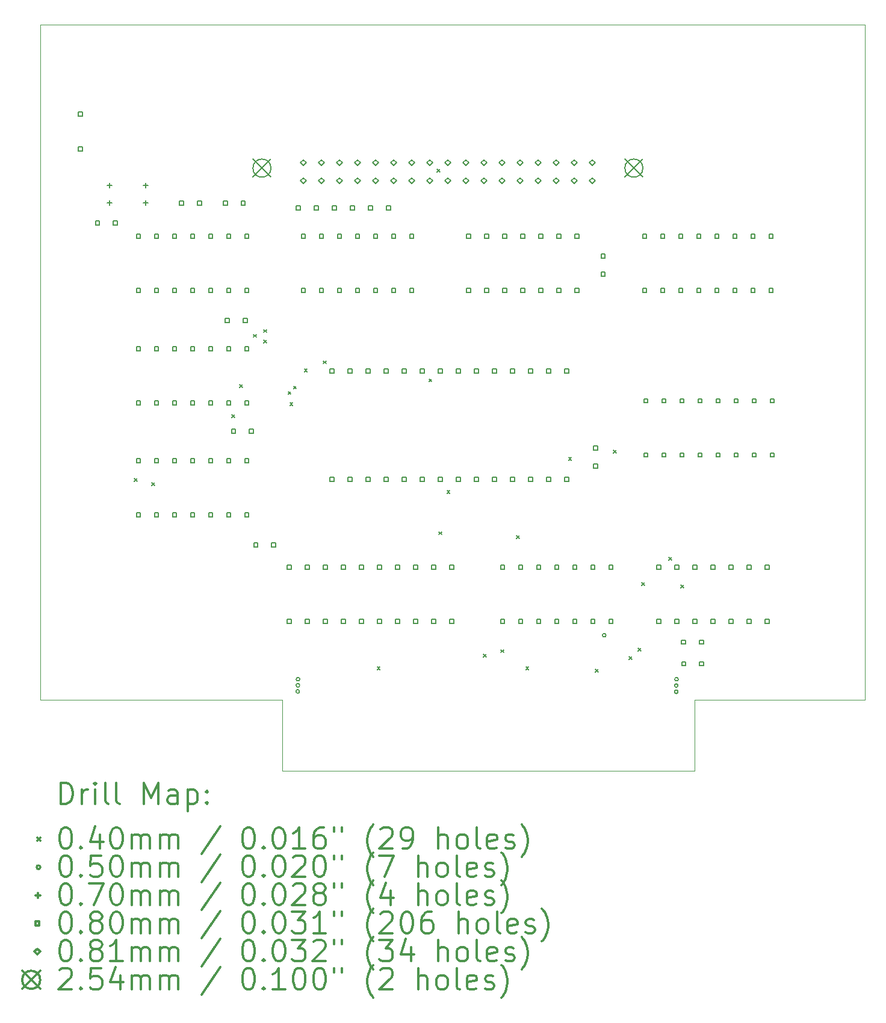
<source format=gbr>
%FSLAX45Y45*%
G04 Gerber Fmt 4.5, Leading zero omitted, Abs format (unit mm)*
G04 Created by KiCad (PCBNEW (5.1.2-1)-1) date 2021-06-01 15:31:22*
%MOMM*%
%LPD*%
G04 APERTURE LIST*
%ADD10C,0.050000*%
%ADD11C,0.200000*%
%ADD12C,0.300000*%
G04 APERTURE END LIST*
D10*
X13400000Y-14500000D02*
X19200000Y-14500000D01*
X19200000Y-13500000D02*
X19200000Y-14500000D01*
X13400000Y-13500000D02*
X13400000Y-14500000D01*
X13400000Y-13500000D02*
X10000000Y-13500000D01*
X21600000Y-13500000D02*
X19200000Y-13500000D01*
X10000000Y-4000000D02*
X21600000Y-4000000D01*
X21600000Y-4000000D02*
X21600000Y-13500000D01*
X10000000Y-4000000D02*
X10000000Y-13500000D01*
D11*
X11319070Y-10389900D02*
X11359070Y-10429900D01*
X11359070Y-10389900D02*
X11319070Y-10429900D01*
X11566430Y-10449470D02*
X11606430Y-10489470D01*
X11606430Y-10449470D02*
X11566430Y-10489470D01*
X12692450Y-9494580D02*
X12732450Y-9534580D01*
X12732450Y-9494580D02*
X12692450Y-9534580D01*
X12803840Y-9066020D02*
X12843840Y-9106020D01*
X12843840Y-9066020D02*
X12803840Y-9106020D01*
X12998200Y-8362480D02*
X13038200Y-8402480D01*
X13038200Y-8362480D02*
X12998200Y-8402480D01*
X13140530Y-8292880D02*
X13180530Y-8332880D01*
X13180530Y-8292880D02*
X13140530Y-8332880D01*
X13140560Y-8443140D02*
X13180560Y-8483140D01*
X13180560Y-8443140D02*
X13140560Y-8483140D01*
X13484800Y-9164580D02*
X13524800Y-9204580D01*
X13524800Y-9164580D02*
X13484800Y-9204580D01*
X13508570Y-9319280D02*
X13548570Y-9359280D01*
X13548570Y-9319280D02*
X13508570Y-9359280D01*
X13559130Y-9088640D02*
X13599130Y-9128640D01*
X13599130Y-9088640D02*
X13559130Y-9128640D01*
X13713440Y-8850400D02*
X13753440Y-8890400D01*
X13753440Y-8850400D02*
X13713440Y-8890400D01*
X13979090Y-8733230D02*
X14019090Y-8773230D01*
X14019090Y-8733230D02*
X13979090Y-8773230D01*
X14736000Y-13038400D02*
X14776000Y-13078400D01*
X14776000Y-13038400D02*
X14736000Y-13078400D01*
X15466190Y-8987090D02*
X15506190Y-9027090D01*
X15506190Y-8987090D02*
X15466190Y-9027090D01*
X15579480Y-6035360D02*
X15619480Y-6075360D01*
X15619480Y-6035360D02*
X15579480Y-6075360D01*
X15605310Y-11139230D02*
X15645310Y-11179230D01*
X15645310Y-11139230D02*
X15605310Y-11179230D01*
X15718470Y-10557740D02*
X15758470Y-10597740D01*
X15758470Y-10557740D02*
X15718470Y-10597740D01*
X16229910Y-12863350D02*
X16269910Y-12903350D01*
X16269910Y-12863350D02*
X16229910Y-12903350D01*
X16477140Y-12798910D02*
X16517140Y-12838910D01*
X16517140Y-12798910D02*
X16477140Y-12838910D01*
X16695370Y-11194630D02*
X16735370Y-11234630D01*
X16735370Y-11194630D02*
X16695370Y-11234630D01*
X16829060Y-13038400D02*
X16869060Y-13078400D01*
X16869060Y-13038400D02*
X16829060Y-13078400D01*
X17429290Y-10093690D02*
X17469290Y-10133690D01*
X17469290Y-10093690D02*
X17429290Y-10133690D01*
X17806880Y-13070710D02*
X17846880Y-13110710D01*
X17846880Y-13070710D02*
X17806880Y-13110710D01*
X18058990Y-9993540D02*
X18098990Y-10033540D01*
X18098990Y-9993540D02*
X18058990Y-10033540D01*
X18278450Y-12895770D02*
X18318450Y-12935770D01*
X18318450Y-12895770D02*
X18278450Y-12935770D01*
X18405480Y-12775240D02*
X18445480Y-12815240D01*
X18445480Y-12775240D02*
X18405480Y-12815240D01*
X18459440Y-11852990D02*
X18499440Y-11892990D01*
X18499440Y-11852990D02*
X18459440Y-11892990D01*
X18842070Y-11496680D02*
X18882070Y-11536680D01*
X18882070Y-11496680D02*
X18842070Y-11536680D01*
X19011400Y-11889410D02*
X19051400Y-11929410D01*
X19051400Y-11889410D02*
X19011400Y-11929410D01*
X13645000Y-13385000D02*
G75*
G03X13645000Y-13385000I-25000J0D01*
G01*
X13646000Y-13299000D02*
G75*
G03X13646000Y-13299000I-25000J0D01*
G01*
X13648000Y-13213000D02*
G75*
G03X13648000Y-13213000I-25000J0D01*
G01*
X17956000Y-12595000D02*
G75*
G03X17956000Y-12595000I-25000J0D01*
G01*
X18969000Y-13302000D02*
G75*
G03X18969000Y-13302000I-25000J0D01*
G01*
X18969000Y-13390000D02*
G75*
G03X18969000Y-13390000I-25000J0D01*
G01*
X18973000Y-13213000D02*
G75*
G03X18973000Y-13213000I-25000J0D01*
G01*
X10971000Y-6476000D02*
X10971000Y-6546000D01*
X10936000Y-6511000D02*
X11006000Y-6511000D01*
X11479000Y-6476000D02*
X11479000Y-6546000D01*
X11444000Y-6511000D02*
X11514000Y-6511000D01*
X10973000Y-6232000D02*
X10973000Y-6302000D01*
X10938000Y-6267000D02*
X11008000Y-6267000D01*
X11481000Y-6232000D02*
X11481000Y-6302000D01*
X11446000Y-6267000D02*
X11516000Y-6267000D01*
X10832285Y-6821284D02*
X10832285Y-6764715D01*
X10775716Y-6764715D01*
X10775716Y-6821284D01*
X10832285Y-6821284D01*
X11082285Y-6821284D02*
X11082285Y-6764715D01*
X11025716Y-6764715D01*
X11025716Y-6821284D01*
X11082285Y-6821284D01*
X13728284Y-7011284D02*
X13728284Y-6954715D01*
X13671715Y-6954715D01*
X13671715Y-7011284D01*
X13728284Y-7011284D01*
X13728284Y-7773284D02*
X13728284Y-7716715D01*
X13671715Y-7716715D01*
X13671715Y-7773284D01*
X13728284Y-7773284D01*
X13982284Y-7011284D02*
X13982284Y-6954715D01*
X13925715Y-6954715D01*
X13925715Y-7011284D01*
X13982284Y-7011284D01*
X13982284Y-7773284D02*
X13982284Y-7716715D01*
X13925715Y-7716715D01*
X13925715Y-7773284D01*
X13982284Y-7773284D01*
X14236284Y-7011284D02*
X14236284Y-6954715D01*
X14179715Y-6954715D01*
X14179715Y-7011284D01*
X14236284Y-7011284D01*
X14236284Y-7773284D02*
X14236284Y-7716715D01*
X14179715Y-7716715D01*
X14179715Y-7773284D01*
X14236284Y-7773284D01*
X14490284Y-7011284D02*
X14490284Y-6954715D01*
X14433715Y-6954715D01*
X14433715Y-7011284D01*
X14490284Y-7011284D01*
X14490284Y-7773284D02*
X14490284Y-7716715D01*
X14433715Y-7716715D01*
X14433715Y-7773284D01*
X14490284Y-7773284D01*
X14744284Y-7011284D02*
X14744284Y-6954715D01*
X14687715Y-6954715D01*
X14687715Y-7011284D01*
X14744284Y-7011284D01*
X14744284Y-7773284D02*
X14744284Y-7716715D01*
X14687715Y-7716715D01*
X14687715Y-7773284D01*
X14744284Y-7773284D01*
X14998284Y-7011284D02*
X14998284Y-6954715D01*
X14941715Y-6954715D01*
X14941715Y-7011284D01*
X14998284Y-7011284D01*
X14998284Y-7773284D02*
X14998284Y-7716715D01*
X14941715Y-7716715D01*
X14941715Y-7773284D01*
X14998284Y-7773284D01*
X15252284Y-7011284D02*
X15252284Y-6954715D01*
X15195715Y-6954715D01*
X15195715Y-7011284D01*
X15252284Y-7011284D01*
X15252284Y-7773284D02*
X15252284Y-7716715D01*
X15195715Y-7716715D01*
X15195715Y-7773284D01*
X15252284Y-7773284D01*
X13057284Y-11351284D02*
X13057284Y-11294715D01*
X13000715Y-11294715D01*
X13000715Y-11351284D01*
X13057284Y-11351284D01*
X13307284Y-11351284D02*
X13307284Y-11294715D01*
X13250715Y-11294715D01*
X13250715Y-11351284D01*
X13307284Y-11351284D01*
X16528284Y-11666284D02*
X16528284Y-11609715D01*
X16471715Y-11609715D01*
X16471715Y-11666284D01*
X16528284Y-11666284D01*
X16528284Y-12428284D02*
X16528284Y-12371715D01*
X16471715Y-12371715D01*
X16471715Y-12428284D01*
X16528284Y-12428284D01*
X16782285Y-11666284D02*
X16782285Y-11609715D01*
X16725715Y-11609715D01*
X16725715Y-11666284D01*
X16782285Y-11666284D01*
X16782285Y-12428284D02*
X16782285Y-12371715D01*
X16725715Y-12371715D01*
X16725715Y-12428284D01*
X16782285Y-12428284D01*
X17036285Y-11666284D02*
X17036285Y-11609715D01*
X16979716Y-11609715D01*
X16979716Y-11666284D01*
X17036285Y-11666284D01*
X17036285Y-12428284D02*
X17036285Y-12371715D01*
X16979716Y-12371715D01*
X16979716Y-12428284D01*
X17036285Y-12428284D01*
X17290285Y-11666284D02*
X17290285Y-11609715D01*
X17233716Y-11609715D01*
X17233716Y-11666284D01*
X17290285Y-11666284D01*
X17290285Y-12428284D02*
X17290285Y-12371715D01*
X17233716Y-12371715D01*
X17233716Y-12428284D01*
X17290285Y-12428284D01*
X17544285Y-11666284D02*
X17544285Y-11609715D01*
X17487716Y-11609715D01*
X17487716Y-11666284D01*
X17544285Y-11666284D01*
X17544285Y-12428284D02*
X17544285Y-12371715D01*
X17487716Y-12371715D01*
X17487716Y-12428284D01*
X17544285Y-12428284D01*
X17798285Y-11666284D02*
X17798285Y-11609715D01*
X17741716Y-11609715D01*
X17741716Y-11666284D01*
X17798285Y-11666284D01*
X17798285Y-12428284D02*
X17798285Y-12371715D01*
X17741716Y-12371715D01*
X17741716Y-12428284D01*
X17798285Y-12428284D01*
X18052285Y-11666284D02*
X18052285Y-11609715D01*
X17995716Y-11609715D01*
X17995716Y-11666284D01*
X18052285Y-11666284D01*
X18052285Y-12428284D02*
X18052285Y-12371715D01*
X17995716Y-12371715D01*
X17995716Y-12428284D01*
X18052285Y-12428284D01*
X18544285Y-9325285D02*
X18544285Y-9268716D01*
X18487716Y-9268716D01*
X18487716Y-9325285D01*
X18544285Y-9325285D01*
X18544285Y-10087285D02*
X18544285Y-10030716D01*
X18487716Y-10030716D01*
X18487716Y-10087285D01*
X18544285Y-10087285D01*
X18798285Y-9325285D02*
X18798285Y-9268716D01*
X18741716Y-9268716D01*
X18741716Y-9325285D01*
X18798285Y-9325285D01*
X18798285Y-10087285D02*
X18798285Y-10030716D01*
X18741716Y-10030716D01*
X18741716Y-10087285D01*
X18798285Y-10087285D01*
X19052285Y-9325285D02*
X19052285Y-9268716D01*
X18995716Y-9268716D01*
X18995716Y-9325285D01*
X19052285Y-9325285D01*
X19052285Y-10087285D02*
X19052285Y-10030716D01*
X18995716Y-10030716D01*
X18995716Y-10087285D01*
X19052285Y-10087285D01*
X19306285Y-9325285D02*
X19306285Y-9268716D01*
X19249716Y-9268716D01*
X19249716Y-9325285D01*
X19306285Y-9325285D01*
X19306285Y-10087285D02*
X19306285Y-10030716D01*
X19249716Y-10030716D01*
X19249716Y-10087285D01*
X19306285Y-10087285D01*
X19560285Y-9325285D02*
X19560285Y-9268716D01*
X19503716Y-9268716D01*
X19503716Y-9325285D01*
X19560285Y-9325285D01*
X19560285Y-10087285D02*
X19560285Y-10030716D01*
X19503716Y-10030716D01*
X19503716Y-10087285D01*
X19560285Y-10087285D01*
X19814285Y-9325285D02*
X19814285Y-9268716D01*
X19757716Y-9268716D01*
X19757716Y-9325285D01*
X19814285Y-9325285D01*
X19814285Y-10087285D02*
X19814285Y-10030716D01*
X19757716Y-10030716D01*
X19757716Y-10087285D01*
X19814285Y-10087285D01*
X20068285Y-9325285D02*
X20068285Y-9268716D01*
X20011716Y-9268716D01*
X20011716Y-9325285D01*
X20068285Y-9325285D01*
X20068285Y-10087285D02*
X20068285Y-10030716D01*
X20011716Y-10030716D01*
X20011716Y-10087285D01*
X20068285Y-10087285D01*
X20322285Y-9325285D02*
X20322285Y-9268716D01*
X20265716Y-9268716D01*
X20265716Y-9325285D01*
X20322285Y-9325285D01*
X20322285Y-10087285D02*
X20322285Y-10030716D01*
X20265716Y-10030716D01*
X20265716Y-10087285D01*
X20322285Y-10087285D01*
X12658284Y-8194284D02*
X12658284Y-8137715D01*
X12601715Y-8137715D01*
X12601715Y-8194284D01*
X12658284Y-8194284D01*
X12908284Y-8194284D02*
X12908284Y-8137715D01*
X12851715Y-8137715D01*
X12851715Y-8194284D01*
X12908284Y-8194284D01*
X11408284Y-7011284D02*
X11408284Y-6954715D01*
X11351715Y-6954715D01*
X11351715Y-7011284D01*
X11408284Y-7011284D01*
X11408284Y-7773284D02*
X11408284Y-7716715D01*
X11351715Y-7716715D01*
X11351715Y-7773284D01*
X11408284Y-7773284D01*
X11662284Y-7011284D02*
X11662284Y-6954715D01*
X11605715Y-6954715D01*
X11605715Y-7011284D01*
X11662284Y-7011284D01*
X11662284Y-7773284D02*
X11662284Y-7716715D01*
X11605715Y-7716715D01*
X11605715Y-7773284D01*
X11662284Y-7773284D01*
X11916284Y-7011284D02*
X11916284Y-6954715D01*
X11859715Y-6954715D01*
X11859715Y-7011284D01*
X11916284Y-7011284D01*
X11916284Y-7773284D02*
X11916284Y-7716715D01*
X11859715Y-7716715D01*
X11859715Y-7773284D01*
X11916284Y-7773284D01*
X12170284Y-7011284D02*
X12170284Y-6954715D01*
X12113715Y-6954715D01*
X12113715Y-7011284D01*
X12170284Y-7011284D01*
X12170284Y-7773284D02*
X12170284Y-7716715D01*
X12113715Y-7716715D01*
X12113715Y-7773284D01*
X12170284Y-7773284D01*
X12424284Y-7011284D02*
X12424284Y-6954715D01*
X12367715Y-6954715D01*
X12367715Y-7011284D01*
X12424284Y-7011284D01*
X12424284Y-7773284D02*
X12424284Y-7716715D01*
X12367715Y-7716715D01*
X12367715Y-7773284D01*
X12424284Y-7773284D01*
X12678284Y-7011284D02*
X12678284Y-6954715D01*
X12621715Y-6954715D01*
X12621715Y-7011284D01*
X12678284Y-7011284D01*
X12678284Y-7773284D02*
X12678284Y-7716715D01*
X12621715Y-7716715D01*
X12621715Y-7773284D01*
X12678284Y-7773284D01*
X12932284Y-7011284D02*
X12932284Y-6954715D01*
X12875715Y-6954715D01*
X12875715Y-7011284D01*
X12932284Y-7011284D01*
X12932284Y-7773284D02*
X12932284Y-7716715D01*
X12875715Y-7716715D01*
X12875715Y-7773284D01*
X12932284Y-7773284D01*
X11408284Y-10166285D02*
X11408284Y-10109716D01*
X11351715Y-10109716D01*
X11351715Y-10166285D01*
X11408284Y-10166285D01*
X11408284Y-10928285D02*
X11408284Y-10871716D01*
X11351715Y-10871716D01*
X11351715Y-10928285D01*
X11408284Y-10928285D01*
X11662284Y-10166285D02*
X11662284Y-10109716D01*
X11605715Y-10109716D01*
X11605715Y-10166285D01*
X11662284Y-10166285D01*
X11662284Y-10928285D02*
X11662284Y-10871716D01*
X11605715Y-10871716D01*
X11605715Y-10928285D01*
X11662284Y-10928285D01*
X11916284Y-10166285D02*
X11916284Y-10109716D01*
X11859715Y-10109716D01*
X11859715Y-10166285D01*
X11916284Y-10166285D01*
X11916284Y-10928285D02*
X11916284Y-10871716D01*
X11859715Y-10871716D01*
X11859715Y-10928285D01*
X11916284Y-10928285D01*
X12170284Y-10166285D02*
X12170284Y-10109716D01*
X12113715Y-10109716D01*
X12113715Y-10166285D01*
X12170284Y-10166285D01*
X12170284Y-10928285D02*
X12170284Y-10871716D01*
X12113715Y-10871716D01*
X12113715Y-10928285D01*
X12170284Y-10928285D01*
X12424284Y-10166285D02*
X12424284Y-10109716D01*
X12367715Y-10109716D01*
X12367715Y-10166285D01*
X12424284Y-10166285D01*
X12424284Y-10928285D02*
X12424284Y-10871716D01*
X12367715Y-10871716D01*
X12367715Y-10928285D01*
X12424284Y-10928285D01*
X12678284Y-10166285D02*
X12678284Y-10109716D01*
X12621715Y-10109716D01*
X12621715Y-10166285D01*
X12678284Y-10166285D01*
X12678284Y-10928285D02*
X12678284Y-10871716D01*
X12621715Y-10871716D01*
X12621715Y-10928285D01*
X12678284Y-10928285D01*
X12932284Y-10166285D02*
X12932284Y-10109716D01*
X12875715Y-10109716D01*
X12875715Y-10166285D01*
X12932284Y-10166285D01*
X12932284Y-10928285D02*
X12932284Y-10871716D01*
X12875715Y-10871716D01*
X12875715Y-10928285D01*
X12932284Y-10928285D01*
X12746284Y-9749285D02*
X12746284Y-9692716D01*
X12689715Y-9692716D01*
X12689715Y-9749285D01*
X12746284Y-9749285D01*
X12996284Y-9749285D02*
X12996284Y-9692716D01*
X12939715Y-9692716D01*
X12939715Y-9749285D01*
X12996284Y-9749285D01*
X17942285Y-7290284D02*
X17942285Y-7233715D01*
X17885716Y-7233715D01*
X17885716Y-7290284D01*
X17942285Y-7290284D01*
X17942285Y-7540284D02*
X17942285Y-7483715D01*
X17885716Y-7483715D01*
X17885716Y-7540284D01*
X17942285Y-7540284D01*
X11408284Y-8591285D02*
X11408284Y-8534716D01*
X11351715Y-8534716D01*
X11351715Y-8591285D01*
X11408284Y-8591285D01*
X11408284Y-9353285D02*
X11408284Y-9296716D01*
X11351715Y-9296716D01*
X11351715Y-9353285D01*
X11408284Y-9353285D01*
X11662284Y-8591285D02*
X11662284Y-8534716D01*
X11605715Y-8534716D01*
X11605715Y-8591285D01*
X11662284Y-8591285D01*
X11662284Y-9353285D02*
X11662284Y-9296716D01*
X11605715Y-9296716D01*
X11605715Y-9353285D01*
X11662284Y-9353285D01*
X11916284Y-8591285D02*
X11916284Y-8534716D01*
X11859715Y-8534716D01*
X11859715Y-8591285D01*
X11916284Y-8591285D01*
X11916284Y-9353285D02*
X11916284Y-9296716D01*
X11859715Y-9296716D01*
X11859715Y-9353285D01*
X11916284Y-9353285D01*
X12170284Y-8591285D02*
X12170284Y-8534716D01*
X12113715Y-8534716D01*
X12113715Y-8591285D01*
X12170284Y-8591285D01*
X12170284Y-9353285D02*
X12170284Y-9296716D01*
X12113715Y-9296716D01*
X12113715Y-9353285D01*
X12170284Y-9353285D01*
X12424284Y-8591285D02*
X12424284Y-8534716D01*
X12367715Y-8534716D01*
X12367715Y-8591285D01*
X12424284Y-8591285D01*
X12424284Y-9353285D02*
X12424284Y-9296716D01*
X12367715Y-9296716D01*
X12367715Y-9353285D01*
X12424284Y-9353285D01*
X12678284Y-8591285D02*
X12678284Y-8534716D01*
X12621715Y-8534716D01*
X12621715Y-8591285D01*
X12678284Y-8591285D01*
X12678284Y-9353285D02*
X12678284Y-9296716D01*
X12621715Y-9296716D01*
X12621715Y-9353285D01*
X12678284Y-9353285D01*
X12932284Y-8591285D02*
X12932284Y-8534716D01*
X12875715Y-8534716D01*
X12875715Y-8591285D01*
X12932284Y-8591285D01*
X12932284Y-9353285D02*
X12932284Y-9296716D01*
X12875715Y-9296716D01*
X12875715Y-9353285D01*
X12932284Y-9353285D01*
X13655284Y-6609284D02*
X13655284Y-6552715D01*
X13598715Y-6552715D01*
X13598715Y-6609284D01*
X13655284Y-6609284D01*
X13909284Y-6609284D02*
X13909284Y-6552715D01*
X13852715Y-6552715D01*
X13852715Y-6609284D01*
X13909284Y-6609284D01*
X14163284Y-6609284D02*
X14163284Y-6552715D01*
X14106715Y-6552715D01*
X14106715Y-6609284D01*
X14163284Y-6609284D01*
X14417284Y-6609284D02*
X14417284Y-6552715D01*
X14360715Y-6552715D01*
X14360715Y-6609284D01*
X14417284Y-6609284D01*
X14671284Y-6609284D02*
X14671284Y-6552715D01*
X14614715Y-6552715D01*
X14614715Y-6609284D01*
X14671284Y-6609284D01*
X14925284Y-6609284D02*
X14925284Y-6552715D01*
X14868715Y-6552715D01*
X14868715Y-6609284D01*
X14925284Y-6609284D01*
X16053284Y-7011284D02*
X16053284Y-6954715D01*
X15996715Y-6954715D01*
X15996715Y-7011284D01*
X16053284Y-7011284D01*
X16053284Y-7773284D02*
X16053284Y-7716715D01*
X15996715Y-7716715D01*
X15996715Y-7773284D01*
X16053284Y-7773284D01*
X16307284Y-7011284D02*
X16307284Y-6954715D01*
X16250715Y-6954715D01*
X16250715Y-7011284D01*
X16307284Y-7011284D01*
X16307284Y-7773284D02*
X16307284Y-7716715D01*
X16250715Y-7716715D01*
X16250715Y-7773284D01*
X16307284Y-7773284D01*
X16561284Y-7011284D02*
X16561284Y-6954715D01*
X16504715Y-6954715D01*
X16504715Y-7011284D01*
X16561284Y-7011284D01*
X16561284Y-7773284D02*
X16561284Y-7716715D01*
X16504715Y-7716715D01*
X16504715Y-7773284D01*
X16561284Y-7773284D01*
X16815285Y-7011284D02*
X16815285Y-6954715D01*
X16758715Y-6954715D01*
X16758715Y-7011284D01*
X16815285Y-7011284D01*
X16815285Y-7773284D02*
X16815285Y-7716715D01*
X16758715Y-7716715D01*
X16758715Y-7773284D01*
X16815285Y-7773284D01*
X17069285Y-7011284D02*
X17069285Y-6954715D01*
X17012716Y-6954715D01*
X17012716Y-7011284D01*
X17069285Y-7011284D01*
X17069285Y-7773284D02*
X17069285Y-7716715D01*
X17012716Y-7716715D01*
X17012716Y-7773284D01*
X17069285Y-7773284D01*
X17323285Y-7011284D02*
X17323285Y-6954715D01*
X17266716Y-6954715D01*
X17266716Y-7011284D01*
X17323285Y-7011284D01*
X17323285Y-7773284D02*
X17323285Y-7716715D01*
X17266716Y-7716715D01*
X17266716Y-7773284D01*
X17323285Y-7773284D01*
X17577285Y-7011284D02*
X17577285Y-6954715D01*
X17520716Y-6954715D01*
X17520716Y-7011284D01*
X17577285Y-7011284D01*
X17577285Y-7773284D02*
X17577285Y-7716715D01*
X17520716Y-7716715D01*
X17520716Y-7773284D01*
X17577285Y-7773284D01*
X12014284Y-6542284D02*
X12014284Y-6485715D01*
X11957715Y-6485715D01*
X11957715Y-6542284D01*
X12014284Y-6542284D01*
X12264284Y-6542284D02*
X12264284Y-6485715D01*
X12207715Y-6485715D01*
X12207715Y-6542284D01*
X12264284Y-6542284D01*
X13528284Y-11666284D02*
X13528284Y-11609715D01*
X13471715Y-11609715D01*
X13471715Y-11666284D01*
X13528284Y-11666284D01*
X13528284Y-12428284D02*
X13528284Y-12371715D01*
X13471715Y-12371715D01*
X13471715Y-12428284D01*
X13528284Y-12428284D01*
X13782284Y-11666284D02*
X13782284Y-11609715D01*
X13725715Y-11609715D01*
X13725715Y-11666284D01*
X13782284Y-11666284D01*
X13782284Y-12428284D02*
X13782284Y-12371715D01*
X13725715Y-12371715D01*
X13725715Y-12428284D01*
X13782284Y-12428284D01*
X14036284Y-11666284D02*
X14036284Y-11609715D01*
X13979715Y-11609715D01*
X13979715Y-11666284D01*
X14036284Y-11666284D01*
X14036284Y-12428284D02*
X14036284Y-12371715D01*
X13979715Y-12371715D01*
X13979715Y-12428284D01*
X14036284Y-12428284D01*
X14290284Y-11666284D02*
X14290284Y-11609715D01*
X14233715Y-11609715D01*
X14233715Y-11666284D01*
X14290284Y-11666284D01*
X14290284Y-12428284D02*
X14290284Y-12371715D01*
X14233715Y-12371715D01*
X14233715Y-12428284D01*
X14290284Y-12428284D01*
X14544284Y-11666284D02*
X14544284Y-11609715D01*
X14487715Y-11609715D01*
X14487715Y-11666284D01*
X14544284Y-11666284D01*
X14544284Y-12428284D02*
X14544284Y-12371715D01*
X14487715Y-12371715D01*
X14487715Y-12428284D01*
X14544284Y-12428284D01*
X14798284Y-11666284D02*
X14798284Y-11609715D01*
X14741715Y-11609715D01*
X14741715Y-11666284D01*
X14798284Y-11666284D01*
X14798284Y-12428284D02*
X14798284Y-12371715D01*
X14741715Y-12371715D01*
X14741715Y-12428284D01*
X14798284Y-12428284D01*
X15052284Y-11666284D02*
X15052284Y-11609715D01*
X14995715Y-11609715D01*
X14995715Y-11666284D01*
X15052284Y-11666284D01*
X15052284Y-12428284D02*
X15052284Y-12371715D01*
X14995715Y-12371715D01*
X14995715Y-12428284D01*
X15052284Y-12428284D01*
X15306284Y-11666284D02*
X15306284Y-11609715D01*
X15249715Y-11609715D01*
X15249715Y-11666284D01*
X15306284Y-11666284D01*
X15306284Y-12428284D02*
X15306284Y-12371715D01*
X15249715Y-12371715D01*
X15249715Y-12428284D01*
X15306284Y-12428284D01*
X15560284Y-11666284D02*
X15560284Y-11609715D01*
X15503715Y-11609715D01*
X15503715Y-11666284D01*
X15560284Y-11666284D01*
X15560284Y-12428284D02*
X15560284Y-12371715D01*
X15503715Y-12371715D01*
X15503715Y-12428284D01*
X15560284Y-12428284D01*
X15814284Y-11666284D02*
X15814284Y-11609715D01*
X15757715Y-11609715D01*
X15757715Y-11666284D01*
X15814284Y-11666284D01*
X15814284Y-12428284D02*
X15814284Y-12371715D01*
X15757715Y-12371715D01*
X15757715Y-12428284D01*
X15814284Y-12428284D01*
X17837285Y-9990285D02*
X17837285Y-9933716D01*
X17780716Y-9933716D01*
X17780716Y-9990285D01*
X17837285Y-9990285D01*
X17837285Y-10240285D02*
X17837285Y-10183716D01*
X17780716Y-10183716D01*
X17780716Y-10240285D01*
X17837285Y-10240285D01*
X18528285Y-7011284D02*
X18528285Y-6954715D01*
X18471716Y-6954715D01*
X18471716Y-7011284D01*
X18528285Y-7011284D01*
X18528285Y-7773284D02*
X18528285Y-7716715D01*
X18471716Y-7716715D01*
X18471716Y-7773284D01*
X18528285Y-7773284D01*
X18782285Y-7011284D02*
X18782285Y-6954715D01*
X18725716Y-6954715D01*
X18725716Y-7011284D01*
X18782285Y-7011284D01*
X18782285Y-7773284D02*
X18782285Y-7716715D01*
X18725716Y-7716715D01*
X18725716Y-7773284D01*
X18782285Y-7773284D01*
X19036285Y-7011284D02*
X19036285Y-6954715D01*
X18979716Y-6954715D01*
X18979716Y-7011284D01*
X19036285Y-7011284D01*
X19036285Y-7773284D02*
X19036285Y-7716715D01*
X18979716Y-7716715D01*
X18979716Y-7773284D01*
X19036285Y-7773284D01*
X19290285Y-7011284D02*
X19290285Y-6954715D01*
X19233716Y-6954715D01*
X19233716Y-7011284D01*
X19290285Y-7011284D01*
X19290285Y-7773284D02*
X19290285Y-7716715D01*
X19233716Y-7716715D01*
X19233716Y-7773284D01*
X19290285Y-7773284D01*
X19544285Y-7011284D02*
X19544285Y-6954715D01*
X19487716Y-6954715D01*
X19487716Y-7011284D01*
X19544285Y-7011284D01*
X19544285Y-7773284D02*
X19544285Y-7716715D01*
X19487716Y-7716715D01*
X19487716Y-7773284D01*
X19544285Y-7773284D01*
X19798285Y-7011284D02*
X19798285Y-6954715D01*
X19741716Y-6954715D01*
X19741716Y-7011284D01*
X19798285Y-7011284D01*
X19798285Y-7773284D02*
X19798285Y-7716715D01*
X19741716Y-7716715D01*
X19741716Y-7773284D01*
X19798285Y-7773284D01*
X20052285Y-7011284D02*
X20052285Y-6954715D01*
X19995716Y-6954715D01*
X19995716Y-7011284D01*
X20052285Y-7011284D01*
X20052285Y-7773284D02*
X20052285Y-7716715D01*
X19995716Y-7716715D01*
X19995716Y-7773284D01*
X20052285Y-7773284D01*
X20306285Y-7011284D02*
X20306285Y-6954715D01*
X20249716Y-6954715D01*
X20249716Y-7011284D01*
X20306285Y-7011284D01*
X20306285Y-7773284D02*
X20306285Y-7716715D01*
X20249716Y-7716715D01*
X20249716Y-7773284D01*
X20306285Y-7773284D01*
X10588285Y-5288285D02*
X10588285Y-5231716D01*
X10531716Y-5231716D01*
X10531716Y-5288285D01*
X10588285Y-5288285D01*
X10588285Y-5778284D02*
X10588285Y-5721715D01*
X10531716Y-5721715D01*
X10531716Y-5778284D01*
X10588285Y-5778284D01*
X18728285Y-11666284D02*
X18728285Y-11609715D01*
X18671716Y-11609715D01*
X18671716Y-11666284D01*
X18728285Y-11666284D01*
X18728285Y-12428284D02*
X18728285Y-12371715D01*
X18671716Y-12371715D01*
X18671716Y-12428284D01*
X18728285Y-12428284D01*
X18982285Y-11666284D02*
X18982285Y-11609715D01*
X18925716Y-11609715D01*
X18925716Y-11666284D01*
X18982285Y-11666284D01*
X18982285Y-12428284D02*
X18982285Y-12371715D01*
X18925716Y-12371715D01*
X18925716Y-12428284D01*
X18982285Y-12428284D01*
X19236285Y-11666284D02*
X19236285Y-11609715D01*
X19179716Y-11609715D01*
X19179716Y-11666284D01*
X19236285Y-11666284D01*
X19236285Y-12428284D02*
X19236285Y-12371715D01*
X19179716Y-12371715D01*
X19179716Y-12428284D01*
X19236285Y-12428284D01*
X19490285Y-11666284D02*
X19490285Y-11609715D01*
X19433716Y-11609715D01*
X19433716Y-11666284D01*
X19490285Y-11666284D01*
X19490285Y-12428284D02*
X19490285Y-12371715D01*
X19433716Y-12371715D01*
X19433716Y-12428284D01*
X19490285Y-12428284D01*
X19744285Y-11666284D02*
X19744285Y-11609715D01*
X19687716Y-11609715D01*
X19687716Y-11666284D01*
X19744285Y-11666284D01*
X19744285Y-12428284D02*
X19744285Y-12371715D01*
X19687716Y-12371715D01*
X19687716Y-12428284D01*
X19744285Y-12428284D01*
X19998285Y-11666284D02*
X19998285Y-11609715D01*
X19941716Y-11609715D01*
X19941716Y-11666284D01*
X19998285Y-11666284D01*
X19998285Y-12428284D02*
X19998285Y-12371715D01*
X19941716Y-12371715D01*
X19941716Y-12428284D01*
X19998285Y-12428284D01*
X20252285Y-11666284D02*
X20252285Y-11609715D01*
X20195716Y-11609715D01*
X20195716Y-11666284D01*
X20252285Y-11666284D01*
X20252285Y-12428284D02*
X20252285Y-12371715D01*
X20195716Y-12371715D01*
X20195716Y-12428284D01*
X20252285Y-12428284D01*
X19077285Y-13025284D02*
X19077285Y-12968715D01*
X19020716Y-12968715D01*
X19020716Y-13025284D01*
X19077285Y-13025284D01*
X19327285Y-13025284D02*
X19327285Y-12968715D01*
X19270716Y-12968715D01*
X19270716Y-13025284D01*
X19327285Y-13025284D01*
X12629284Y-6540284D02*
X12629284Y-6483715D01*
X12572715Y-6483715D01*
X12572715Y-6540284D01*
X12629284Y-6540284D01*
X12879284Y-6540284D02*
X12879284Y-6483715D01*
X12822715Y-6483715D01*
X12822715Y-6540284D01*
X12879284Y-6540284D01*
X19075285Y-12719284D02*
X19075285Y-12662715D01*
X19018716Y-12662715D01*
X19018716Y-12719284D01*
X19075285Y-12719284D01*
X19325285Y-12719284D02*
X19325285Y-12662715D01*
X19268716Y-12662715D01*
X19268716Y-12719284D01*
X19325285Y-12719284D01*
X14128284Y-8904285D02*
X14128284Y-8847716D01*
X14071715Y-8847716D01*
X14071715Y-8904285D01*
X14128284Y-8904285D01*
X14128284Y-10428285D02*
X14128284Y-10371716D01*
X14071715Y-10371716D01*
X14071715Y-10428285D01*
X14128284Y-10428285D01*
X14382284Y-8904285D02*
X14382284Y-8847716D01*
X14325715Y-8847716D01*
X14325715Y-8904285D01*
X14382284Y-8904285D01*
X14382284Y-10428285D02*
X14382284Y-10371716D01*
X14325715Y-10371716D01*
X14325715Y-10428285D01*
X14382284Y-10428285D01*
X14636284Y-8904285D02*
X14636284Y-8847716D01*
X14579715Y-8847716D01*
X14579715Y-8904285D01*
X14636284Y-8904285D01*
X14636284Y-10428285D02*
X14636284Y-10371716D01*
X14579715Y-10371716D01*
X14579715Y-10428285D01*
X14636284Y-10428285D01*
X14890284Y-8904285D02*
X14890284Y-8847716D01*
X14833715Y-8847716D01*
X14833715Y-8904285D01*
X14890284Y-8904285D01*
X14890284Y-10428285D02*
X14890284Y-10371716D01*
X14833715Y-10371716D01*
X14833715Y-10428285D01*
X14890284Y-10428285D01*
X15144284Y-8904285D02*
X15144284Y-8847716D01*
X15087715Y-8847716D01*
X15087715Y-8904285D01*
X15144284Y-8904285D01*
X15144284Y-10428285D02*
X15144284Y-10371716D01*
X15087715Y-10371716D01*
X15087715Y-10428285D01*
X15144284Y-10428285D01*
X15398284Y-8904285D02*
X15398284Y-8847716D01*
X15341715Y-8847716D01*
X15341715Y-8904285D01*
X15398284Y-8904285D01*
X15398284Y-10428285D02*
X15398284Y-10371716D01*
X15341715Y-10371716D01*
X15341715Y-10428285D01*
X15398284Y-10428285D01*
X15652284Y-8904285D02*
X15652284Y-8847716D01*
X15595715Y-8847716D01*
X15595715Y-8904285D01*
X15652284Y-8904285D01*
X15652284Y-10428285D02*
X15652284Y-10371716D01*
X15595715Y-10371716D01*
X15595715Y-10428285D01*
X15652284Y-10428285D01*
X15906284Y-8904285D02*
X15906284Y-8847716D01*
X15849715Y-8847716D01*
X15849715Y-8904285D01*
X15906284Y-8904285D01*
X15906284Y-10428285D02*
X15906284Y-10371716D01*
X15849715Y-10371716D01*
X15849715Y-10428285D01*
X15906284Y-10428285D01*
X16160284Y-8904285D02*
X16160284Y-8847716D01*
X16103715Y-8847716D01*
X16103715Y-8904285D01*
X16160284Y-8904285D01*
X16160284Y-10428285D02*
X16160284Y-10371716D01*
X16103715Y-10371716D01*
X16103715Y-10428285D01*
X16160284Y-10428285D01*
X16414284Y-8904285D02*
X16414284Y-8847716D01*
X16357715Y-8847716D01*
X16357715Y-8904285D01*
X16414284Y-8904285D01*
X16414284Y-10428285D02*
X16414284Y-10371716D01*
X16357715Y-10371716D01*
X16357715Y-10428285D01*
X16414284Y-10428285D01*
X16668284Y-8904285D02*
X16668284Y-8847716D01*
X16611715Y-8847716D01*
X16611715Y-8904285D01*
X16668284Y-8904285D01*
X16668284Y-10428285D02*
X16668284Y-10371716D01*
X16611715Y-10371716D01*
X16611715Y-10428285D01*
X16668284Y-10428285D01*
X16922285Y-8904285D02*
X16922285Y-8847716D01*
X16865716Y-8847716D01*
X16865716Y-8904285D01*
X16922285Y-8904285D01*
X16922285Y-10428285D02*
X16922285Y-10371716D01*
X16865716Y-10371716D01*
X16865716Y-10428285D01*
X16922285Y-10428285D01*
X17176285Y-8904285D02*
X17176285Y-8847716D01*
X17119716Y-8847716D01*
X17119716Y-8904285D01*
X17176285Y-8904285D01*
X17176285Y-10428285D02*
X17176285Y-10371716D01*
X17119716Y-10371716D01*
X17119716Y-10428285D01*
X17176285Y-10428285D01*
X17430285Y-8904285D02*
X17430285Y-8847716D01*
X17373716Y-8847716D01*
X17373716Y-8904285D01*
X17430285Y-8904285D01*
X17430285Y-10428285D02*
X17430285Y-10371716D01*
X17373716Y-10371716D01*
X17373716Y-10428285D01*
X17430285Y-10428285D01*
X13700000Y-5986500D02*
X13740500Y-5946000D01*
X13700000Y-5905500D01*
X13659500Y-5946000D01*
X13700000Y-5986500D01*
X13700000Y-6240500D02*
X13740500Y-6200000D01*
X13700000Y-6159500D01*
X13659500Y-6200000D01*
X13700000Y-6240500D01*
X13954000Y-5986500D02*
X13994500Y-5946000D01*
X13954000Y-5905500D01*
X13913500Y-5946000D01*
X13954000Y-5986500D01*
X13954000Y-6240500D02*
X13994500Y-6200000D01*
X13954000Y-6159500D01*
X13913500Y-6200000D01*
X13954000Y-6240500D01*
X14208000Y-5986500D02*
X14248500Y-5946000D01*
X14208000Y-5905500D01*
X14167500Y-5946000D01*
X14208000Y-5986500D01*
X14208000Y-6240500D02*
X14248500Y-6200000D01*
X14208000Y-6159500D01*
X14167500Y-6200000D01*
X14208000Y-6240500D01*
X14462000Y-5986500D02*
X14502500Y-5946000D01*
X14462000Y-5905500D01*
X14421500Y-5946000D01*
X14462000Y-5986500D01*
X14462000Y-6240500D02*
X14502500Y-6200000D01*
X14462000Y-6159500D01*
X14421500Y-6200000D01*
X14462000Y-6240500D01*
X14716000Y-5986500D02*
X14756500Y-5946000D01*
X14716000Y-5905500D01*
X14675500Y-5946000D01*
X14716000Y-5986500D01*
X14716000Y-6240500D02*
X14756500Y-6200000D01*
X14716000Y-6159500D01*
X14675500Y-6200000D01*
X14716000Y-6240500D01*
X14970000Y-5986500D02*
X15010500Y-5946000D01*
X14970000Y-5905500D01*
X14929500Y-5946000D01*
X14970000Y-5986500D01*
X14970000Y-6240500D02*
X15010500Y-6200000D01*
X14970000Y-6159500D01*
X14929500Y-6200000D01*
X14970000Y-6240500D01*
X15224000Y-5986500D02*
X15264500Y-5946000D01*
X15224000Y-5905500D01*
X15183500Y-5946000D01*
X15224000Y-5986500D01*
X15224000Y-6240500D02*
X15264500Y-6200000D01*
X15224000Y-6159500D01*
X15183500Y-6200000D01*
X15224000Y-6240500D01*
X15478000Y-5986500D02*
X15518500Y-5946000D01*
X15478000Y-5905500D01*
X15437500Y-5946000D01*
X15478000Y-5986500D01*
X15478000Y-6240500D02*
X15518500Y-6200000D01*
X15478000Y-6159500D01*
X15437500Y-6200000D01*
X15478000Y-6240500D01*
X15732000Y-5986500D02*
X15772500Y-5946000D01*
X15732000Y-5905500D01*
X15691500Y-5946000D01*
X15732000Y-5986500D01*
X15732000Y-6240500D02*
X15772500Y-6200000D01*
X15732000Y-6159500D01*
X15691500Y-6200000D01*
X15732000Y-6240500D01*
X15986000Y-5986500D02*
X16026500Y-5946000D01*
X15986000Y-5905500D01*
X15945500Y-5946000D01*
X15986000Y-5986500D01*
X15986000Y-6240500D02*
X16026500Y-6200000D01*
X15986000Y-6159500D01*
X15945500Y-6200000D01*
X15986000Y-6240500D01*
X16240000Y-5986500D02*
X16280500Y-5946000D01*
X16240000Y-5905500D01*
X16199500Y-5946000D01*
X16240000Y-5986500D01*
X16240000Y-6240500D02*
X16280500Y-6200000D01*
X16240000Y-6159500D01*
X16199500Y-6200000D01*
X16240000Y-6240500D01*
X16494000Y-5986500D02*
X16534500Y-5946000D01*
X16494000Y-5905500D01*
X16453500Y-5946000D01*
X16494000Y-5986500D01*
X16494000Y-6240500D02*
X16534500Y-6200000D01*
X16494000Y-6159500D01*
X16453500Y-6200000D01*
X16494000Y-6240500D01*
X16748000Y-5986500D02*
X16788500Y-5946000D01*
X16748000Y-5905500D01*
X16707500Y-5946000D01*
X16748000Y-5986500D01*
X16748000Y-6240500D02*
X16788500Y-6200000D01*
X16748000Y-6159500D01*
X16707500Y-6200000D01*
X16748000Y-6240500D01*
X17002000Y-5986500D02*
X17042500Y-5946000D01*
X17002000Y-5905500D01*
X16961500Y-5946000D01*
X17002000Y-5986500D01*
X17002000Y-6240500D02*
X17042500Y-6200000D01*
X17002000Y-6159500D01*
X16961500Y-6200000D01*
X17002000Y-6240500D01*
X17256000Y-5986500D02*
X17296500Y-5946000D01*
X17256000Y-5905500D01*
X17215500Y-5946000D01*
X17256000Y-5986500D01*
X17256000Y-6240500D02*
X17296500Y-6200000D01*
X17256000Y-6159500D01*
X17215500Y-6200000D01*
X17256000Y-6240500D01*
X17510000Y-5986500D02*
X17550500Y-5946000D01*
X17510000Y-5905500D01*
X17469500Y-5946000D01*
X17510000Y-5986500D01*
X17510000Y-6240500D02*
X17550500Y-6200000D01*
X17510000Y-6159500D01*
X17469500Y-6200000D01*
X17510000Y-6240500D01*
X17764000Y-5986500D02*
X17804500Y-5946000D01*
X17764000Y-5905500D01*
X17723500Y-5946000D01*
X17764000Y-5986500D01*
X17764000Y-6240500D02*
X17804500Y-6200000D01*
X17764000Y-6159500D01*
X17723500Y-6200000D01*
X17764000Y-6240500D01*
X12989000Y-5895000D02*
X13243000Y-6149000D01*
X13243000Y-5895000D02*
X12989000Y-6149000D01*
X13243000Y-6022000D02*
G75*
G03X13243000Y-6022000I-127000J0D01*
G01*
X18221000Y-5895000D02*
X18475000Y-6149000D01*
X18475000Y-5895000D02*
X18221000Y-6149000D01*
X18475000Y-6022000D02*
G75*
G03X18475000Y-6022000I-127000J0D01*
G01*
D12*
X10283928Y-14968214D02*
X10283928Y-14668214D01*
X10355357Y-14668214D01*
X10398214Y-14682500D01*
X10426786Y-14711071D01*
X10441071Y-14739643D01*
X10455357Y-14796786D01*
X10455357Y-14839643D01*
X10441071Y-14896786D01*
X10426786Y-14925357D01*
X10398214Y-14953929D01*
X10355357Y-14968214D01*
X10283928Y-14968214D01*
X10583928Y-14968214D02*
X10583928Y-14768214D01*
X10583928Y-14825357D02*
X10598214Y-14796786D01*
X10612500Y-14782500D01*
X10641071Y-14768214D01*
X10669643Y-14768214D01*
X10769643Y-14968214D02*
X10769643Y-14768214D01*
X10769643Y-14668214D02*
X10755357Y-14682500D01*
X10769643Y-14696786D01*
X10783928Y-14682500D01*
X10769643Y-14668214D01*
X10769643Y-14696786D01*
X10955357Y-14968214D02*
X10926786Y-14953929D01*
X10912500Y-14925357D01*
X10912500Y-14668214D01*
X11112500Y-14968214D02*
X11083928Y-14953929D01*
X11069643Y-14925357D01*
X11069643Y-14668214D01*
X11455357Y-14968214D02*
X11455357Y-14668214D01*
X11555357Y-14882500D01*
X11655357Y-14668214D01*
X11655357Y-14968214D01*
X11926786Y-14968214D02*
X11926786Y-14811071D01*
X11912500Y-14782500D01*
X11883928Y-14768214D01*
X11826786Y-14768214D01*
X11798214Y-14782500D01*
X11926786Y-14953929D02*
X11898214Y-14968214D01*
X11826786Y-14968214D01*
X11798214Y-14953929D01*
X11783928Y-14925357D01*
X11783928Y-14896786D01*
X11798214Y-14868214D01*
X11826786Y-14853929D01*
X11898214Y-14853929D01*
X11926786Y-14839643D01*
X12069643Y-14768214D02*
X12069643Y-15068214D01*
X12069643Y-14782500D02*
X12098214Y-14768214D01*
X12155357Y-14768214D01*
X12183928Y-14782500D01*
X12198214Y-14796786D01*
X12212500Y-14825357D01*
X12212500Y-14911071D01*
X12198214Y-14939643D01*
X12183928Y-14953929D01*
X12155357Y-14968214D01*
X12098214Y-14968214D01*
X12069643Y-14953929D01*
X12341071Y-14939643D02*
X12355357Y-14953929D01*
X12341071Y-14968214D01*
X12326786Y-14953929D01*
X12341071Y-14939643D01*
X12341071Y-14968214D01*
X12341071Y-14782500D02*
X12355357Y-14796786D01*
X12341071Y-14811071D01*
X12326786Y-14796786D01*
X12341071Y-14782500D01*
X12341071Y-14811071D01*
X9957500Y-15442500D02*
X9997500Y-15482500D01*
X9997500Y-15442500D02*
X9957500Y-15482500D01*
X10341071Y-15298214D02*
X10369643Y-15298214D01*
X10398214Y-15312500D01*
X10412500Y-15326786D01*
X10426786Y-15355357D01*
X10441071Y-15412500D01*
X10441071Y-15483929D01*
X10426786Y-15541071D01*
X10412500Y-15569643D01*
X10398214Y-15583929D01*
X10369643Y-15598214D01*
X10341071Y-15598214D01*
X10312500Y-15583929D01*
X10298214Y-15569643D01*
X10283928Y-15541071D01*
X10269643Y-15483929D01*
X10269643Y-15412500D01*
X10283928Y-15355357D01*
X10298214Y-15326786D01*
X10312500Y-15312500D01*
X10341071Y-15298214D01*
X10569643Y-15569643D02*
X10583928Y-15583929D01*
X10569643Y-15598214D01*
X10555357Y-15583929D01*
X10569643Y-15569643D01*
X10569643Y-15598214D01*
X10841071Y-15398214D02*
X10841071Y-15598214D01*
X10769643Y-15283929D02*
X10698214Y-15498214D01*
X10883928Y-15498214D01*
X11055357Y-15298214D02*
X11083928Y-15298214D01*
X11112500Y-15312500D01*
X11126786Y-15326786D01*
X11141071Y-15355357D01*
X11155357Y-15412500D01*
X11155357Y-15483929D01*
X11141071Y-15541071D01*
X11126786Y-15569643D01*
X11112500Y-15583929D01*
X11083928Y-15598214D01*
X11055357Y-15598214D01*
X11026786Y-15583929D01*
X11012500Y-15569643D01*
X10998214Y-15541071D01*
X10983928Y-15483929D01*
X10983928Y-15412500D01*
X10998214Y-15355357D01*
X11012500Y-15326786D01*
X11026786Y-15312500D01*
X11055357Y-15298214D01*
X11283928Y-15598214D02*
X11283928Y-15398214D01*
X11283928Y-15426786D02*
X11298214Y-15412500D01*
X11326786Y-15398214D01*
X11369643Y-15398214D01*
X11398214Y-15412500D01*
X11412500Y-15441071D01*
X11412500Y-15598214D01*
X11412500Y-15441071D02*
X11426786Y-15412500D01*
X11455357Y-15398214D01*
X11498214Y-15398214D01*
X11526786Y-15412500D01*
X11541071Y-15441071D01*
X11541071Y-15598214D01*
X11683928Y-15598214D02*
X11683928Y-15398214D01*
X11683928Y-15426786D02*
X11698214Y-15412500D01*
X11726786Y-15398214D01*
X11769643Y-15398214D01*
X11798214Y-15412500D01*
X11812500Y-15441071D01*
X11812500Y-15598214D01*
X11812500Y-15441071D02*
X11826786Y-15412500D01*
X11855357Y-15398214D01*
X11898214Y-15398214D01*
X11926786Y-15412500D01*
X11941071Y-15441071D01*
X11941071Y-15598214D01*
X12526786Y-15283929D02*
X12269643Y-15669643D01*
X12912500Y-15298214D02*
X12941071Y-15298214D01*
X12969643Y-15312500D01*
X12983928Y-15326786D01*
X12998214Y-15355357D01*
X13012500Y-15412500D01*
X13012500Y-15483929D01*
X12998214Y-15541071D01*
X12983928Y-15569643D01*
X12969643Y-15583929D01*
X12941071Y-15598214D01*
X12912500Y-15598214D01*
X12883928Y-15583929D01*
X12869643Y-15569643D01*
X12855357Y-15541071D01*
X12841071Y-15483929D01*
X12841071Y-15412500D01*
X12855357Y-15355357D01*
X12869643Y-15326786D01*
X12883928Y-15312500D01*
X12912500Y-15298214D01*
X13141071Y-15569643D02*
X13155357Y-15583929D01*
X13141071Y-15598214D01*
X13126786Y-15583929D01*
X13141071Y-15569643D01*
X13141071Y-15598214D01*
X13341071Y-15298214D02*
X13369643Y-15298214D01*
X13398214Y-15312500D01*
X13412500Y-15326786D01*
X13426786Y-15355357D01*
X13441071Y-15412500D01*
X13441071Y-15483929D01*
X13426786Y-15541071D01*
X13412500Y-15569643D01*
X13398214Y-15583929D01*
X13369643Y-15598214D01*
X13341071Y-15598214D01*
X13312500Y-15583929D01*
X13298214Y-15569643D01*
X13283928Y-15541071D01*
X13269643Y-15483929D01*
X13269643Y-15412500D01*
X13283928Y-15355357D01*
X13298214Y-15326786D01*
X13312500Y-15312500D01*
X13341071Y-15298214D01*
X13726786Y-15598214D02*
X13555357Y-15598214D01*
X13641071Y-15598214D02*
X13641071Y-15298214D01*
X13612500Y-15341071D01*
X13583928Y-15369643D01*
X13555357Y-15383929D01*
X13983928Y-15298214D02*
X13926786Y-15298214D01*
X13898214Y-15312500D01*
X13883928Y-15326786D01*
X13855357Y-15369643D01*
X13841071Y-15426786D01*
X13841071Y-15541071D01*
X13855357Y-15569643D01*
X13869643Y-15583929D01*
X13898214Y-15598214D01*
X13955357Y-15598214D01*
X13983928Y-15583929D01*
X13998214Y-15569643D01*
X14012500Y-15541071D01*
X14012500Y-15469643D01*
X13998214Y-15441071D01*
X13983928Y-15426786D01*
X13955357Y-15412500D01*
X13898214Y-15412500D01*
X13869643Y-15426786D01*
X13855357Y-15441071D01*
X13841071Y-15469643D01*
X14126786Y-15298214D02*
X14126786Y-15355357D01*
X14241071Y-15298214D02*
X14241071Y-15355357D01*
X14683928Y-15712500D02*
X14669643Y-15698214D01*
X14641071Y-15655357D01*
X14626786Y-15626786D01*
X14612500Y-15583929D01*
X14598214Y-15512500D01*
X14598214Y-15455357D01*
X14612500Y-15383929D01*
X14626786Y-15341071D01*
X14641071Y-15312500D01*
X14669643Y-15269643D01*
X14683928Y-15255357D01*
X14783928Y-15326786D02*
X14798214Y-15312500D01*
X14826786Y-15298214D01*
X14898214Y-15298214D01*
X14926786Y-15312500D01*
X14941071Y-15326786D01*
X14955357Y-15355357D01*
X14955357Y-15383929D01*
X14941071Y-15426786D01*
X14769643Y-15598214D01*
X14955357Y-15598214D01*
X15098214Y-15598214D02*
X15155357Y-15598214D01*
X15183928Y-15583929D01*
X15198214Y-15569643D01*
X15226786Y-15526786D01*
X15241071Y-15469643D01*
X15241071Y-15355357D01*
X15226786Y-15326786D01*
X15212500Y-15312500D01*
X15183928Y-15298214D01*
X15126786Y-15298214D01*
X15098214Y-15312500D01*
X15083928Y-15326786D01*
X15069643Y-15355357D01*
X15069643Y-15426786D01*
X15083928Y-15455357D01*
X15098214Y-15469643D01*
X15126786Y-15483929D01*
X15183928Y-15483929D01*
X15212500Y-15469643D01*
X15226786Y-15455357D01*
X15241071Y-15426786D01*
X15598214Y-15598214D02*
X15598214Y-15298214D01*
X15726786Y-15598214D02*
X15726786Y-15441071D01*
X15712500Y-15412500D01*
X15683928Y-15398214D01*
X15641071Y-15398214D01*
X15612500Y-15412500D01*
X15598214Y-15426786D01*
X15912500Y-15598214D02*
X15883928Y-15583929D01*
X15869643Y-15569643D01*
X15855357Y-15541071D01*
X15855357Y-15455357D01*
X15869643Y-15426786D01*
X15883928Y-15412500D01*
X15912500Y-15398214D01*
X15955357Y-15398214D01*
X15983928Y-15412500D01*
X15998214Y-15426786D01*
X16012500Y-15455357D01*
X16012500Y-15541071D01*
X15998214Y-15569643D01*
X15983928Y-15583929D01*
X15955357Y-15598214D01*
X15912500Y-15598214D01*
X16183928Y-15598214D02*
X16155357Y-15583929D01*
X16141071Y-15555357D01*
X16141071Y-15298214D01*
X16412500Y-15583929D02*
X16383928Y-15598214D01*
X16326786Y-15598214D01*
X16298214Y-15583929D01*
X16283928Y-15555357D01*
X16283928Y-15441071D01*
X16298214Y-15412500D01*
X16326786Y-15398214D01*
X16383928Y-15398214D01*
X16412500Y-15412500D01*
X16426786Y-15441071D01*
X16426786Y-15469643D01*
X16283928Y-15498214D01*
X16541071Y-15583929D02*
X16569643Y-15598214D01*
X16626786Y-15598214D01*
X16655357Y-15583929D01*
X16669643Y-15555357D01*
X16669643Y-15541071D01*
X16655357Y-15512500D01*
X16626786Y-15498214D01*
X16583928Y-15498214D01*
X16555357Y-15483929D01*
X16541071Y-15455357D01*
X16541071Y-15441071D01*
X16555357Y-15412500D01*
X16583928Y-15398214D01*
X16626786Y-15398214D01*
X16655357Y-15412500D01*
X16769643Y-15712500D02*
X16783928Y-15698214D01*
X16812500Y-15655357D01*
X16826786Y-15626786D01*
X16841071Y-15583929D01*
X16855357Y-15512500D01*
X16855357Y-15455357D01*
X16841071Y-15383929D01*
X16826786Y-15341071D01*
X16812500Y-15312500D01*
X16783928Y-15269643D01*
X16769643Y-15255357D01*
X9997500Y-15858500D02*
G75*
G03X9997500Y-15858500I-25000J0D01*
G01*
X10341071Y-15694214D02*
X10369643Y-15694214D01*
X10398214Y-15708500D01*
X10412500Y-15722786D01*
X10426786Y-15751357D01*
X10441071Y-15808500D01*
X10441071Y-15879929D01*
X10426786Y-15937071D01*
X10412500Y-15965643D01*
X10398214Y-15979929D01*
X10369643Y-15994214D01*
X10341071Y-15994214D01*
X10312500Y-15979929D01*
X10298214Y-15965643D01*
X10283928Y-15937071D01*
X10269643Y-15879929D01*
X10269643Y-15808500D01*
X10283928Y-15751357D01*
X10298214Y-15722786D01*
X10312500Y-15708500D01*
X10341071Y-15694214D01*
X10569643Y-15965643D02*
X10583928Y-15979929D01*
X10569643Y-15994214D01*
X10555357Y-15979929D01*
X10569643Y-15965643D01*
X10569643Y-15994214D01*
X10855357Y-15694214D02*
X10712500Y-15694214D01*
X10698214Y-15837071D01*
X10712500Y-15822786D01*
X10741071Y-15808500D01*
X10812500Y-15808500D01*
X10841071Y-15822786D01*
X10855357Y-15837071D01*
X10869643Y-15865643D01*
X10869643Y-15937071D01*
X10855357Y-15965643D01*
X10841071Y-15979929D01*
X10812500Y-15994214D01*
X10741071Y-15994214D01*
X10712500Y-15979929D01*
X10698214Y-15965643D01*
X11055357Y-15694214D02*
X11083928Y-15694214D01*
X11112500Y-15708500D01*
X11126786Y-15722786D01*
X11141071Y-15751357D01*
X11155357Y-15808500D01*
X11155357Y-15879929D01*
X11141071Y-15937071D01*
X11126786Y-15965643D01*
X11112500Y-15979929D01*
X11083928Y-15994214D01*
X11055357Y-15994214D01*
X11026786Y-15979929D01*
X11012500Y-15965643D01*
X10998214Y-15937071D01*
X10983928Y-15879929D01*
X10983928Y-15808500D01*
X10998214Y-15751357D01*
X11012500Y-15722786D01*
X11026786Y-15708500D01*
X11055357Y-15694214D01*
X11283928Y-15994214D02*
X11283928Y-15794214D01*
X11283928Y-15822786D02*
X11298214Y-15808500D01*
X11326786Y-15794214D01*
X11369643Y-15794214D01*
X11398214Y-15808500D01*
X11412500Y-15837071D01*
X11412500Y-15994214D01*
X11412500Y-15837071D02*
X11426786Y-15808500D01*
X11455357Y-15794214D01*
X11498214Y-15794214D01*
X11526786Y-15808500D01*
X11541071Y-15837071D01*
X11541071Y-15994214D01*
X11683928Y-15994214D02*
X11683928Y-15794214D01*
X11683928Y-15822786D02*
X11698214Y-15808500D01*
X11726786Y-15794214D01*
X11769643Y-15794214D01*
X11798214Y-15808500D01*
X11812500Y-15837071D01*
X11812500Y-15994214D01*
X11812500Y-15837071D02*
X11826786Y-15808500D01*
X11855357Y-15794214D01*
X11898214Y-15794214D01*
X11926786Y-15808500D01*
X11941071Y-15837071D01*
X11941071Y-15994214D01*
X12526786Y-15679929D02*
X12269643Y-16065643D01*
X12912500Y-15694214D02*
X12941071Y-15694214D01*
X12969643Y-15708500D01*
X12983928Y-15722786D01*
X12998214Y-15751357D01*
X13012500Y-15808500D01*
X13012500Y-15879929D01*
X12998214Y-15937071D01*
X12983928Y-15965643D01*
X12969643Y-15979929D01*
X12941071Y-15994214D01*
X12912500Y-15994214D01*
X12883928Y-15979929D01*
X12869643Y-15965643D01*
X12855357Y-15937071D01*
X12841071Y-15879929D01*
X12841071Y-15808500D01*
X12855357Y-15751357D01*
X12869643Y-15722786D01*
X12883928Y-15708500D01*
X12912500Y-15694214D01*
X13141071Y-15965643D02*
X13155357Y-15979929D01*
X13141071Y-15994214D01*
X13126786Y-15979929D01*
X13141071Y-15965643D01*
X13141071Y-15994214D01*
X13341071Y-15694214D02*
X13369643Y-15694214D01*
X13398214Y-15708500D01*
X13412500Y-15722786D01*
X13426786Y-15751357D01*
X13441071Y-15808500D01*
X13441071Y-15879929D01*
X13426786Y-15937071D01*
X13412500Y-15965643D01*
X13398214Y-15979929D01*
X13369643Y-15994214D01*
X13341071Y-15994214D01*
X13312500Y-15979929D01*
X13298214Y-15965643D01*
X13283928Y-15937071D01*
X13269643Y-15879929D01*
X13269643Y-15808500D01*
X13283928Y-15751357D01*
X13298214Y-15722786D01*
X13312500Y-15708500D01*
X13341071Y-15694214D01*
X13555357Y-15722786D02*
X13569643Y-15708500D01*
X13598214Y-15694214D01*
X13669643Y-15694214D01*
X13698214Y-15708500D01*
X13712500Y-15722786D01*
X13726786Y-15751357D01*
X13726786Y-15779929D01*
X13712500Y-15822786D01*
X13541071Y-15994214D01*
X13726786Y-15994214D01*
X13912500Y-15694214D02*
X13941071Y-15694214D01*
X13969643Y-15708500D01*
X13983928Y-15722786D01*
X13998214Y-15751357D01*
X14012500Y-15808500D01*
X14012500Y-15879929D01*
X13998214Y-15937071D01*
X13983928Y-15965643D01*
X13969643Y-15979929D01*
X13941071Y-15994214D01*
X13912500Y-15994214D01*
X13883928Y-15979929D01*
X13869643Y-15965643D01*
X13855357Y-15937071D01*
X13841071Y-15879929D01*
X13841071Y-15808500D01*
X13855357Y-15751357D01*
X13869643Y-15722786D01*
X13883928Y-15708500D01*
X13912500Y-15694214D01*
X14126786Y-15694214D02*
X14126786Y-15751357D01*
X14241071Y-15694214D02*
X14241071Y-15751357D01*
X14683928Y-16108500D02*
X14669643Y-16094214D01*
X14641071Y-16051357D01*
X14626786Y-16022786D01*
X14612500Y-15979929D01*
X14598214Y-15908500D01*
X14598214Y-15851357D01*
X14612500Y-15779929D01*
X14626786Y-15737071D01*
X14641071Y-15708500D01*
X14669643Y-15665643D01*
X14683928Y-15651357D01*
X14769643Y-15694214D02*
X14969643Y-15694214D01*
X14841071Y-15994214D01*
X15312500Y-15994214D02*
X15312500Y-15694214D01*
X15441071Y-15994214D02*
X15441071Y-15837071D01*
X15426786Y-15808500D01*
X15398214Y-15794214D01*
X15355357Y-15794214D01*
X15326786Y-15808500D01*
X15312500Y-15822786D01*
X15626786Y-15994214D02*
X15598214Y-15979929D01*
X15583928Y-15965643D01*
X15569643Y-15937071D01*
X15569643Y-15851357D01*
X15583928Y-15822786D01*
X15598214Y-15808500D01*
X15626786Y-15794214D01*
X15669643Y-15794214D01*
X15698214Y-15808500D01*
X15712500Y-15822786D01*
X15726786Y-15851357D01*
X15726786Y-15937071D01*
X15712500Y-15965643D01*
X15698214Y-15979929D01*
X15669643Y-15994214D01*
X15626786Y-15994214D01*
X15898214Y-15994214D02*
X15869643Y-15979929D01*
X15855357Y-15951357D01*
X15855357Y-15694214D01*
X16126786Y-15979929D02*
X16098214Y-15994214D01*
X16041071Y-15994214D01*
X16012500Y-15979929D01*
X15998214Y-15951357D01*
X15998214Y-15837071D01*
X16012500Y-15808500D01*
X16041071Y-15794214D01*
X16098214Y-15794214D01*
X16126786Y-15808500D01*
X16141071Y-15837071D01*
X16141071Y-15865643D01*
X15998214Y-15894214D01*
X16255357Y-15979929D02*
X16283928Y-15994214D01*
X16341071Y-15994214D01*
X16369643Y-15979929D01*
X16383928Y-15951357D01*
X16383928Y-15937071D01*
X16369643Y-15908500D01*
X16341071Y-15894214D01*
X16298214Y-15894214D01*
X16269643Y-15879929D01*
X16255357Y-15851357D01*
X16255357Y-15837071D01*
X16269643Y-15808500D01*
X16298214Y-15794214D01*
X16341071Y-15794214D01*
X16369643Y-15808500D01*
X16483928Y-16108500D02*
X16498214Y-16094214D01*
X16526786Y-16051357D01*
X16541071Y-16022786D01*
X16555357Y-15979929D01*
X16569643Y-15908500D01*
X16569643Y-15851357D01*
X16555357Y-15779929D01*
X16541071Y-15737071D01*
X16526786Y-15708500D01*
X16498214Y-15665643D01*
X16483928Y-15651357D01*
X9962500Y-16219500D02*
X9962500Y-16289500D01*
X9927500Y-16254500D02*
X9997500Y-16254500D01*
X10341071Y-16090214D02*
X10369643Y-16090214D01*
X10398214Y-16104500D01*
X10412500Y-16118786D01*
X10426786Y-16147357D01*
X10441071Y-16204500D01*
X10441071Y-16275929D01*
X10426786Y-16333071D01*
X10412500Y-16361643D01*
X10398214Y-16375929D01*
X10369643Y-16390214D01*
X10341071Y-16390214D01*
X10312500Y-16375929D01*
X10298214Y-16361643D01*
X10283928Y-16333071D01*
X10269643Y-16275929D01*
X10269643Y-16204500D01*
X10283928Y-16147357D01*
X10298214Y-16118786D01*
X10312500Y-16104500D01*
X10341071Y-16090214D01*
X10569643Y-16361643D02*
X10583928Y-16375929D01*
X10569643Y-16390214D01*
X10555357Y-16375929D01*
X10569643Y-16361643D01*
X10569643Y-16390214D01*
X10683928Y-16090214D02*
X10883928Y-16090214D01*
X10755357Y-16390214D01*
X11055357Y-16090214D02*
X11083928Y-16090214D01*
X11112500Y-16104500D01*
X11126786Y-16118786D01*
X11141071Y-16147357D01*
X11155357Y-16204500D01*
X11155357Y-16275929D01*
X11141071Y-16333071D01*
X11126786Y-16361643D01*
X11112500Y-16375929D01*
X11083928Y-16390214D01*
X11055357Y-16390214D01*
X11026786Y-16375929D01*
X11012500Y-16361643D01*
X10998214Y-16333071D01*
X10983928Y-16275929D01*
X10983928Y-16204500D01*
X10998214Y-16147357D01*
X11012500Y-16118786D01*
X11026786Y-16104500D01*
X11055357Y-16090214D01*
X11283928Y-16390214D02*
X11283928Y-16190214D01*
X11283928Y-16218786D02*
X11298214Y-16204500D01*
X11326786Y-16190214D01*
X11369643Y-16190214D01*
X11398214Y-16204500D01*
X11412500Y-16233071D01*
X11412500Y-16390214D01*
X11412500Y-16233071D02*
X11426786Y-16204500D01*
X11455357Y-16190214D01*
X11498214Y-16190214D01*
X11526786Y-16204500D01*
X11541071Y-16233071D01*
X11541071Y-16390214D01*
X11683928Y-16390214D02*
X11683928Y-16190214D01*
X11683928Y-16218786D02*
X11698214Y-16204500D01*
X11726786Y-16190214D01*
X11769643Y-16190214D01*
X11798214Y-16204500D01*
X11812500Y-16233071D01*
X11812500Y-16390214D01*
X11812500Y-16233071D02*
X11826786Y-16204500D01*
X11855357Y-16190214D01*
X11898214Y-16190214D01*
X11926786Y-16204500D01*
X11941071Y-16233071D01*
X11941071Y-16390214D01*
X12526786Y-16075929D02*
X12269643Y-16461643D01*
X12912500Y-16090214D02*
X12941071Y-16090214D01*
X12969643Y-16104500D01*
X12983928Y-16118786D01*
X12998214Y-16147357D01*
X13012500Y-16204500D01*
X13012500Y-16275929D01*
X12998214Y-16333071D01*
X12983928Y-16361643D01*
X12969643Y-16375929D01*
X12941071Y-16390214D01*
X12912500Y-16390214D01*
X12883928Y-16375929D01*
X12869643Y-16361643D01*
X12855357Y-16333071D01*
X12841071Y-16275929D01*
X12841071Y-16204500D01*
X12855357Y-16147357D01*
X12869643Y-16118786D01*
X12883928Y-16104500D01*
X12912500Y-16090214D01*
X13141071Y-16361643D02*
X13155357Y-16375929D01*
X13141071Y-16390214D01*
X13126786Y-16375929D01*
X13141071Y-16361643D01*
X13141071Y-16390214D01*
X13341071Y-16090214D02*
X13369643Y-16090214D01*
X13398214Y-16104500D01*
X13412500Y-16118786D01*
X13426786Y-16147357D01*
X13441071Y-16204500D01*
X13441071Y-16275929D01*
X13426786Y-16333071D01*
X13412500Y-16361643D01*
X13398214Y-16375929D01*
X13369643Y-16390214D01*
X13341071Y-16390214D01*
X13312500Y-16375929D01*
X13298214Y-16361643D01*
X13283928Y-16333071D01*
X13269643Y-16275929D01*
X13269643Y-16204500D01*
X13283928Y-16147357D01*
X13298214Y-16118786D01*
X13312500Y-16104500D01*
X13341071Y-16090214D01*
X13555357Y-16118786D02*
X13569643Y-16104500D01*
X13598214Y-16090214D01*
X13669643Y-16090214D01*
X13698214Y-16104500D01*
X13712500Y-16118786D01*
X13726786Y-16147357D01*
X13726786Y-16175929D01*
X13712500Y-16218786D01*
X13541071Y-16390214D01*
X13726786Y-16390214D01*
X13898214Y-16218786D02*
X13869643Y-16204500D01*
X13855357Y-16190214D01*
X13841071Y-16161643D01*
X13841071Y-16147357D01*
X13855357Y-16118786D01*
X13869643Y-16104500D01*
X13898214Y-16090214D01*
X13955357Y-16090214D01*
X13983928Y-16104500D01*
X13998214Y-16118786D01*
X14012500Y-16147357D01*
X14012500Y-16161643D01*
X13998214Y-16190214D01*
X13983928Y-16204500D01*
X13955357Y-16218786D01*
X13898214Y-16218786D01*
X13869643Y-16233071D01*
X13855357Y-16247357D01*
X13841071Y-16275929D01*
X13841071Y-16333071D01*
X13855357Y-16361643D01*
X13869643Y-16375929D01*
X13898214Y-16390214D01*
X13955357Y-16390214D01*
X13983928Y-16375929D01*
X13998214Y-16361643D01*
X14012500Y-16333071D01*
X14012500Y-16275929D01*
X13998214Y-16247357D01*
X13983928Y-16233071D01*
X13955357Y-16218786D01*
X14126786Y-16090214D02*
X14126786Y-16147357D01*
X14241071Y-16090214D02*
X14241071Y-16147357D01*
X14683928Y-16504500D02*
X14669643Y-16490214D01*
X14641071Y-16447357D01*
X14626786Y-16418786D01*
X14612500Y-16375929D01*
X14598214Y-16304500D01*
X14598214Y-16247357D01*
X14612500Y-16175929D01*
X14626786Y-16133071D01*
X14641071Y-16104500D01*
X14669643Y-16061643D01*
X14683928Y-16047357D01*
X14926786Y-16190214D02*
X14926786Y-16390214D01*
X14855357Y-16075929D02*
X14783928Y-16290214D01*
X14969643Y-16290214D01*
X15312500Y-16390214D02*
X15312500Y-16090214D01*
X15441071Y-16390214D02*
X15441071Y-16233071D01*
X15426786Y-16204500D01*
X15398214Y-16190214D01*
X15355357Y-16190214D01*
X15326786Y-16204500D01*
X15312500Y-16218786D01*
X15626786Y-16390214D02*
X15598214Y-16375929D01*
X15583928Y-16361643D01*
X15569643Y-16333071D01*
X15569643Y-16247357D01*
X15583928Y-16218786D01*
X15598214Y-16204500D01*
X15626786Y-16190214D01*
X15669643Y-16190214D01*
X15698214Y-16204500D01*
X15712500Y-16218786D01*
X15726786Y-16247357D01*
X15726786Y-16333071D01*
X15712500Y-16361643D01*
X15698214Y-16375929D01*
X15669643Y-16390214D01*
X15626786Y-16390214D01*
X15898214Y-16390214D02*
X15869643Y-16375929D01*
X15855357Y-16347357D01*
X15855357Y-16090214D01*
X16126786Y-16375929D02*
X16098214Y-16390214D01*
X16041071Y-16390214D01*
X16012500Y-16375929D01*
X15998214Y-16347357D01*
X15998214Y-16233071D01*
X16012500Y-16204500D01*
X16041071Y-16190214D01*
X16098214Y-16190214D01*
X16126786Y-16204500D01*
X16141071Y-16233071D01*
X16141071Y-16261643D01*
X15998214Y-16290214D01*
X16255357Y-16375929D02*
X16283928Y-16390214D01*
X16341071Y-16390214D01*
X16369643Y-16375929D01*
X16383928Y-16347357D01*
X16383928Y-16333071D01*
X16369643Y-16304500D01*
X16341071Y-16290214D01*
X16298214Y-16290214D01*
X16269643Y-16275929D01*
X16255357Y-16247357D01*
X16255357Y-16233071D01*
X16269643Y-16204500D01*
X16298214Y-16190214D01*
X16341071Y-16190214D01*
X16369643Y-16204500D01*
X16483928Y-16504500D02*
X16498214Y-16490214D01*
X16526786Y-16447357D01*
X16541071Y-16418786D01*
X16555357Y-16375929D01*
X16569643Y-16304500D01*
X16569643Y-16247357D01*
X16555357Y-16175929D01*
X16541071Y-16133071D01*
X16526786Y-16104500D01*
X16498214Y-16061643D01*
X16483928Y-16047357D01*
X9985784Y-16678785D02*
X9985784Y-16622216D01*
X9929215Y-16622216D01*
X9929215Y-16678785D01*
X9985784Y-16678785D01*
X10341071Y-16486214D02*
X10369643Y-16486214D01*
X10398214Y-16500500D01*
X10412500Y-16514786D01*
X10426786Y-16543357D01*
X10441071Y-16600500D01*
X10441071Y-16671929D01*
X10426786Y-16729071D01*
X10412500Y-16757643D01*
X10398214Y-16771929D01*
X10369643Y-16786214D01*
X10341071Y-16786214D01*
X10312500Y-16771929D01*
X10298214Y-16757643D01*
X10283928Y-16729071D01*
X10269643Y-16671929D01*
X10269643Y-16600500D01*
X10283928Y-16543357D01*
X10298214Y-16514786D01*
X10312500Y-16500500D01*
X10341071Y-16486214D01*
X10569643Y-16757643D02*
X10583928Y-16771929D01*
X10569643Y-16786214D01*
X10555357Y-16771929D01*
X10569643Y-16757643D01*
X10569643Y-16786214D01*
X10755357Y-16614786D02*
X10726786Y-16600500D01*
X10712500Y-16586214D01*
X10698214Y-16557643D01*
X10698214Y-16543357D01*
X10712500Y-16514786D01*
X10726786Y-16500500D01*
X10755357Y-16486214D01*
X10812500Y-16486214D01*
X10841071Y-16500500D01*
X10855357Y-16514786D01*
X10869643Y-16543357D01*
X10869643Y-16557643D01*
X10855357Y-16586214D01*
X10841071Y-16600500D01*
X10812500Y-16614786D01*
X10755357Y-16614786D01*
X10726786Y-16629071D01*
X10712500Y-16643357D01*
X10698214Y-16671929D01*
X10698214Y-16729071D01*
X10712500Y-16757643D01*
X10726786Y-16771929D01*
X10755357Y-16786214D01*
X10812500Y-16786214D01*
X10841071Y-16771929D01*
X10855357Y-16757643D01*
X10869643Y-16729071D01*
X10869643Y-16671929D01*
X10855357Y-16643357D01*
X10841071Y-16629071D01*
X10812500Y-16614786D01*
X11055357Y-16486214D02*
X11083928Y-16486214D01*
X11112500Y-16500500D01*
X11126786Y-16514786D01*
X11141071Y-16543357D01*
X11155357Y-16600500D01*
X11155357Y-16671929D01*
X11141071Y-16729071D01*
X11126786Y-16757643D01*
X11112500Y-16771929D01*
X11083928Y-16786214D01*
X11055357Y-16786214D01*
X11026786Y-16771929D01*
X11012500Y-16757643D01*
X10998214Y-16729071D01*
X10983928Y-16671929D01*
X10983928Y-16600500D01*
X10998214Y-16543357D01*
X11012500Y-16514786D01*
X11026786Y-16500500D01*
X11055357Y-16486214D01*
X11283928Y-16786214D02*
X11283928Y-16586214D01*
X11283928Y-16614786D02*
X11298214Y-16600500D01*
X11326786Y-16586214D01*
X11369643Y-16586214D01*
X11398214Y-16600500D01*
X11412500Y-16629071D01*
X11412500Y-16786214D01*
X11412500Y-16629071D02*
X11426786Y-16600500D01*
X11455357Y-16586214D01*
X11498214Y-16586214D01*
X11526786Y-16600500D01*
X11541071Y-16629071D01*
X11541071Y-16786214D01*
X11683928Y-16786214D02*
X11683928Y-16586214D01*
X11683928Y-16614786D02*
X11698214Y-16600500D01*
X11726786Y-16586214D01*
X11769643Y-16586214D01*
X11798214Y-16600500D01*
X11812500Y-16629071D01*
X11812500Y-16786214D01*
X11812500Y-16629071D02*
X11826786Y-16600500D01*
X11855357Y-16586214D01*
X11898214Y-16586214D01*
X11926786Y-16600500D01*
X11941071Y-16629071D01*
X11941071Y-16786214D01*
X12526786Y-16471929D02*
X12269643Y-16857643D01*
X12912500Y-16486214D02*
X12941071Y-16486214D01*
X12969643Y-16500500D01*
X12983928Y-16514786D01*
X12998214Y-16543357D01*
X13012500Y-16600500D01*
X13012500Y-16671929D01*
X12998214Y-16729071D01*
X12983928Y-16757643D01*
X12969643Y-16771929D01*
X12941071Y-16786214D01*
X12912500Y-16786214D01*
X12883928Y-16771929D01*
X12869643Y-16757643D01*
X12855357Y-16729071D01*
X12841071Y-16671929D01*
X12841071Y-16600500D01*
X12855357Y-16543357D01*
X12869643Y-16514786D01*
X12883928Y-16500500D01*
X12912500Y-16486214D01*
X13141071Y-16757643D02*
X13155357Y-16771929D01*
X13141071Y-16786214D01*
X13126786Y-16771929D01*
X13141071Y-16757643D01*
X13141071Y-16786214D01*
X13341071Y-16486214D02*
X13369643Y-16486214D01*
X13398214Y-16500500D01*
X13412500Y-16514786D01*
X13426786Y-16543357D01*
X13441071Y-16600500D01*
X13441071Y-16671929D01*
X13426786Y-16729071D01*
X13412500Y-16757643D01*
X13398214Y-16771929D01*
X13369643Y-16786214D01*
X13341071Y-16786214D01*
X13312500Y-16771929D01*
X13298214Y-16757643D01*
X13283928Y-16729071D01*
X13269643Y-16671929D01*
X13269643Y-16600500D01*
X13283928Y-16543357D01*
X13298214Y-16514786D01*
X13312500Y-16500500D01*
X13341071Y-16486214D01*
X13541071Y-16486214D02*
X13726786Y-16486214D01*
X13626786Y-16600500D01*
X13669643Y-16600500D01*
X13698214Y-16614786D01*
X13712500Y-16629071D01*
X13726786Y-16657643D01*
X13726786Y-16729071D01*
X13712500Y-16757643D01*
X13698214Y-16771929D01*
X13669643Y-16786214D01*
X13583928Y-16786214D01*
X13555357Y-16771929D01*
X13541071Y-16757643D01*
X14012500Y-16786214D02*
X13841071Y-16786214D01*
X13926786Y-16786214D02*
X13926786Y-16486214D01*
X13898214Y-16529071D01*
X13869643Y-16557643D01*
X13841071Y-16571929D01*
X14126786Y-16486214D02*
X14126786Y-16543357D01*
X14241071Y-16486214D02*
X14241071Y-16543357D01*
X14683928Y-16900500D02*
X14669643Y-16886214D01*
X14641071Y-16843357D01*
X14626786Y-16814786D01*
X14612500Y-16771929D01*
X14598214Y-16700500D01*
X14598214Y-16643357D01*
X14612500Y-16571929D01*
X14626786Y-16529071D01*
X14641071Y-16500500D01*
X14669643Y-16457643D01*
X14683928Y-16443357D01*
X14783928Y-16514786D02*
X14798214Y-16500500D01*
X14826786Y-16486214D01*
X14898214Y-16486214D01*
X14926786Y-16500500D01*
X14941071Y-16514786D01*
X14955357Y-16543357D01*
X14955357Y-16571929D01*
X14941071Y-16614786D01*
X14769643Y-16786214D01*
X14955357Y-16786214D01*
X15141071Y-16486214D02*
X15169643Y-16486214D01*
X15198214Y-16500500D01*
X15212500Y-16514786D01*
X15226786Y-16543357D01*
X15241071Y-16600500D01*
X15241071Y-16671929D01*
X15226786Y-16729071D01*
X15212500Y-16757643D01*
X15198214Y-16771929D01*
X15169643Y-16786214D01*
X15141071Y-16786214D01*
X15112500Y-16771929D01*
X15098214Y-16757643D01*
X15083928Y-16729071D01*
X15069643Y-16671929D01*
X15069643Y-16600500D01*
X15083928Y-16543357D01*
X15098214Y-16514786D01*
X15112500Y-16500500D01*
X15141071Y-16486214D01*
X15498214Y-16486214D02*
X15441071Y-16486214D01*
X15412500Y-16500500D01*
X15398214Y-16514786D01*
X15369643Y-16557643D01*
X15355357Y-16614786D01*
X15355357Y-16729071D01*
X15369643Y-16757643D01*
X15383928Y-16771929D01*
X15412500Y-16786214D01*
X15469643Y-16786214D01*
X15498214Y-16771929D01*
X15512500Y-16757643D01*
X15526786Y-16729071D01*
X15526786Y-16657643D01*
X15512500Y-16629071D01*
X15498214Y-16614786D01*
X15469643Y-16600500D01*
X15412500Y-16600500D01*
X15383928Y-16614786D01*
X15369643Y-16629071D01*
X15355357Y-16657643D01*
X15883928Y-16786214D02*
X15883928Y-16486214D01*
X16012500Y-16786214D02*
X16012500Y-16629071D01*
X15998214Y-16600500D01*
X15969643Y-16586214D01*
X15926786Y-16586214D01*
X15898214Y-16600500D01*
X15883928Y-16614786D01*
X16198214Y-16786214D02*
X16169643Y-16771929D01*
X16155357Y-16757643D01*
X16141071Y-16729071D01*
X16141071Y-16643357D01*
X16155357Y-16614786D01*
X16169643Y-16600500D01*
X16198214Y-16586214D01*
X16241071Y-16586214D01*
X16269643Y-16600500D01*
X16283928Y-16614786D01*
X16298214Y-16643357D01*
X16298214Y-16729071D01*
X16283928Y-16757643D01*
X16269643Y-16771929D01*
X16241071Y-16786214D01*
X16198214Y-16786214D01*
X16469643Y-16786214D02*
X16441071Y-16771929D01*
X16426786Y-16743357D01*
X16426786Y-16486214D01*
X16698214Y-16771929D02*
X16669643Y-16786214D01*
X16612500Y-16786214D01*
X16583928Y-16771929D01*
X16569643Y-16743357D01*
X16569643Y-16629071D01*
X16583928Y-16600500D01*
X16612500Y-16586214D01*
X16669643Y-16586214D01*
X16698214Y-16600500D01*
X16712500Y-16629071D01*
X16712500Y-16657643D01*
X16569643Y-16686214D01*
X16826786Y-16771929D02*
X16855357Y-16786214D01*
X16912500Y-16786214D01*
X16941071Y-16771929D01*
X16955357Y-16743357D01*
X16955357Y-16729071D01*
X16941071Y-16700500D01*
X16912500Y-16686214D01*
X16869643Y-16686214D01*
X16841071Y-16671929D01*
X16826786Y-16643357D01*
X16826786Y-16629071D01*
X16841071Y-16600500D01*
X16869643Y-16586214D01*
X16912500Y-16586214D01*
X16941071Y-16600500D01*
X17055357Y-16900500D02*
X17069643Y-16886214D01*
X17098214Y-16843357D01*
X17112500Y-16814786D01*
X17126786Y-16771929D01*
X17141071Y-16700500D01*
X17141071Y-16643357D01*
X17126786Y-16571929D01*
X17112500Y-16529071D01*
X17098214Y-16500500D01*
X17069643Y-16457643D01*
X17055357Y-16443357D01*
X9957000Y-17087000D02*
X9997500Y-17046500D01*
X9957000Y-17006000D01*
X9916500Y-17046500D01*
X9957000Y-17087000D01*
X10341071Y-16882214D02*
X10369643Y-16882214D01*
X10398214Y-16896500D01*
X10412500Y-16910786D01*
X10426786Y-16939357D01*
X10441071Y-16996500D01*
X10441071Y-17067929D01*
X10426786Y-17125072D01*
X10412500Y-17153643D01*
X10398214Y-17167929D01*
X10369643Y-17182214D01*
X10341071Y-17182214D01*
X10312500Y-17167929D01*
X10298214Y-17153643D01*
X10283928Y-17125072D01*
X10269643Y-17067929D01*
X10269643Y-16996500D01*
X10283928Y-16939357D01*
X10298214Y-16910786D01*
X10312500Y-16896500D01*
X10341071Y-16882214D01*
X10569643Y-17153643D02*
X10583928Y-17167929D01*
X10569643Y-17182214D01*
X10555357Y-17167929D01*
X10569643Y-17153643D01*
X10569643Y-17182214D01*
X10755357Y-17010786D02*
X10726786Y-16996500D01*
X10712500Y-16982214D01*
X10698214Y-16953643D01*
X10698214Y-16939357D01*
X10712500Y-16910786D01*
X10726786Y-16896500D01*
X10755357Y-16882214D01*
X10812500Y-16882214D01*
X10841071Y-16896500D01*
X10855357Y-16910786D01*
X10869643Y-16939357D01*
X10869643Y-16953643D01*
X10855357Y-16982214D01*
X10841071Y-16996500D01*
X10812500Y-17010786D01*
X10755357Y-17010786D01*
X10726786Y-17025072D01*
X10712500Y-17039357D01*
X10698214Y-17067929D01*
X10698214Y-17125072D01*
X10712500Y-17153643D01*
X10726786Y-17167929D01*
X10755357Y-17182214D01*
X10812500Y-17182214D01*
X10841071Y-17167929D01*
X10855357Y-17153643D01*
X10869643Y-17125072D01*
X10869643Y-17067929D01*
X10855357Y-17039357D01*
X10841071Y-17025072D01*
X10812500Y-17010786D01*
X11155357Y-17182214D02*
X10983928Y-17182214D01*
X11069643Y-17182214D02*
X11069643Y-16882214D01*
X11041071Y-16925072D01*
X11012500Y-16953643D01*
X10983928Y-16967929D01*
X11283928Y-17182214D02*
X11283928Y-16982214D01*
X11283928Y-17010786D02*
X11298214Y-16996500D01*
X11326786Y-16982214D01*
X11369643Y-16982214D01*
X11398214Y-16996500D01*
X11412500Y-17025072D01*
X11412500Y-17182214D01*
X11412500Y-17025072D02*
X11426786Y-16996500D01*
X11455357Y-16982214D01*
X11498214Y-16982214D01*
X11526786Y-16996500D01*
X11541071Y-17025072D01*
X11541071Y-17182214D01*
X11683928Y-17182214D02*
X11683928Y-16982214D01*
X11683928Y-17010786D02*
X11698214Y-16996500D01*
X11726786Y-16982214D01*
X11769643Y-16982214D01*
X11798214Y-16996500D01*
X11812500Y-17025072D01*
X11812500Y-17182214D01*
X11812500Y-17025072D02*
X11826786Y-16996500D01*
X11855357Y-16982214D01*
X11898214Y-16982214D01*
X11926786Y-16996500D01*
X11941071Y-17025072D01*
X11941071Y-17182214D01*
X12526786Y-16867929D02*
X12269643Y-17253643D01*
X12912500Y-16882214D02*
X12941071Y-16882214D01*
X12969643Y-16896500D01*
X12983928Y-16910786D01*
X12998214Y-16939357D01*
X13012500Y-16996500D01*
X13012500Y-17067929D01*
X12998214Y-17125072D01*
X12983928Y-17153643D01*
X12969643Y-17167929D01*
X12941071Y-17182214D01*
X12912500Y-17182214D01*
X12883928Y-17167929D01*
X12869643Y-17153643D01*
X12855357Y-17125072D01*
X12841071Y-17067929D01*
X12841071Y-16996500D01*
X12855357Y-16939357D01*
X12869643Y-16910786D01*
X12883928Y-16896500D01*
X12912500Y-16882214D01*
X13141071Y-17153643D02*
X13155357Y-17167929D01*
X13141071Y-17182214D01*
X13126786Y-17167929D01*
X13141071Y-17153643D01*
X13141071Y-17182214D01*
X13341071Y-16882214D02*
X13369643Y-16882214D01*
X13398214Y-16896500D01*
X13412500Y-16910786D01*
X13426786Y-16939357D01*
X13441071Y-16996500D01*
X13441071Y-17067929D01*
X13426786Y-17125072D01*
X13412500Y-17153643D01*
X13398214Y-17167929D01*
X13369643Y-17182214D01*
X13341071Y-17182214D01*
X13312500Y-17167929D01*
X13298214Y-17153643D01*
X13283928Y-17125072D01*
X13269643Y-17067929D01*
X13269643Y-16996500D01*
X13283928Y-16939357D01*
X13298214Y-16910786D01*
X13312500Y-16896500D01*
X13341071Y-16882214D01*
X13541071Y-16882214D02*
X13726786Y-16882214D01*
X13626786Y-16996500D01*
X13669643Y-16996500D01*
X13698214Y-17010786D01*
X13712500Y-17025072D01*
X13726786Y-17053643D01*
X13726786Y-17125072D01*
X13712500Y-17153643D01*
X13698214Y-17167929D01*
X13669643Y-17182214D01*
X13583928Y-17182214D01*
X13555357Y-17167929D01*
X13541071Y-17153643D01*
X13841071Y-16910786D02*
X13855357Y-16896500D01*
X13883928Y-16882214D01*
X13955357Y-16882214D01*
X13983928Y-16896500D01*
X13998214Y-16910786D01*
X14012500Y-16939357D01*
X14012500Y-16967929D01*
X13998214Y-17010786D01*
X13826786Y-17182214D01*
X14012500Y-17182214D01*
X14126786Y-16882214D02*
X14126786Y-16939357D01*
X14241071Y-16882214D02*
X14241071Y-16939357D01*
X14683928Y-17296500D02*
X14669643Y-17282214D01*
X14641071Y-17239357D01*
X14626786Y-17210786D01*
X14612500Y-17167929D01*
X14598214Y-17096500D01*
X14598214Y-17039357D01*
X14612500Y-16967929D01*
X14626786Y-16925072D01*
X14641071Y-16896500D01*
X14669643Y-16853643D01*
X14683928Y-16839357D01*
X14769643Y-16882214D02*
X14955357Y-16882214D01*
X14855357Y-16996500D01*
X14898214Y-16996500D01*
X14926786Y-17010786D01*
X14941071Y-17025072D01*
X14955357Y-17053643D01*
X14955357Y-17125072D01*
X14941071Y-17153643D01*
X14926786Y-17167929D01*
X14898214Y-17182214D01*
X14812500Y-17182214D01*
X14783928Y-17167929D01*
X14769643Y-17153643D01*
X15212500Y-16982214D02*
X15212500Y-17182214D01*
X15141071Y-16867929D02*
X15069643Y-17082214D01*
X15255357Y-17082214D01*
X15598214Y-17182214D02*
X15598214Y-16882214D01*
X15726786Y-17182214D02*
X15726786Y-17025072D01*
X15712500Y-16996500D01*
X15683928Y-16982214D01*
X15641071Y-16982214D01*
X15612500Y-16996500D01*
X15598214Y-17010786D01*
X15912500Y-17182214D02*
X15883928Y-17167929D01*
X15869643Y-17153643D01*
X15855357Y-17125072D01*
X15855357Y-17039357D01*
X15869643Y-17010786D01*
X15883928Y-16996500D01*
X15912500Y-16982214D01*
X15955357Y-16982214D01*
X15983928Y-16996500D01*
X15998214Y-17010786D01*
X16012500Y-17039357D01*
X16012500Y-17125072D01*
X15998214Y-17153643D01*
X15983928Y-17167929D01*
X15955357Y-17182214D01*
X15912500Y-17182214D01*
X16183928Y-17182214D02*
X16155357Y-17167929D01*
X16141071Y-17139357D01*
X16141071Y-16882214D01*
X16412500Y-17167929D02*
X16383928Y-17182214D01*
X16326786Y-17182214D01*
X16298214Y-17167929D01*
X16283928Y-17139357D01*
X16283928Y-17025072D01*
X16298214Y-16996500D01*
X16326786Y-16982214D01*
X16383928Y-16982214D01*
X16412500Y-16996500D01*
X16426786Y-17025072D01*
X16426786Y-17053643D01*
X16283928Y-17082214D01*
X16541071Y-17167929D02*
X16569643Y-17182214D01*
X16626786Y-17182214D01*
X16655357Y-17167929D01*
X16669643Y-17139357D01*
X16669643Y-17125072D01*
X16655357Y-17096500D01*
X16626786Y-17082214D01*
X16583928Y-17082214D01*
X16555357Y-17067929D01*
X16541071Y-17039357D01*
X16541071Y-17025072D01*
X16555357Y-16996500D01*
X16583928Y-16982214D01*
X16626786Y-16982214D01*
X16655357Y-16996500D01*
X16769643Y-17296500D02*
X16783928Y-17282214D01*
X16812500Y-17239357D01*
X16826786Y-17210786D01*
X16841071Y-17167929D01*
X16855357Y-17096500D01*
X16855357Y-17039357D01*
X16841071Y-16967929D01*
X16826786Y-16925072D01*
X16812500Y-16896500D01*
X16783928Y-16853643D01*
X16769643Y-16839357D01*
X9743500Y-17315500D02*
X9997500Y-17569500D01*
X9997500Y-17315500D02*
X9743500Y-17569500D01*
X9997500Y-17442500D02*
G75*
G03X9997500Y-17442500I-127000J0D01*
G01*
X10269643Y-17306786D02*
X10283928Y-17292500D01*
X10312500Y-17278214D01*
X10383928Y-17278214D01*
X10412500Y-17292500D01*
X10426786Y-17306786D01*
X10441071Y-17335357D01*
X10441071Y-17363929D01*
X10426786Y-17406786D01*
X10255357Y-17578214D01*
X10441071Y-17578214D01*
X10569643Y-17549643D02*
X10583928Y-17563929D01*
X10569643Y-17578214D01*
X10555357Y-17563929D01*
X10569643Y-17549643D01*
X10569643Y-17578214D01*
X10855357Y-17278214D02*
X10712500Y-17278214D01*
X10698214Y-17421072D01*
X10712500Y-17406786D01*
X10741071Y-17392500D01*
X10812500Y-17392500D01*
X10841071Y-17406786D01*
X10855357Y-17421072D01*
X10869643Y-17449643D01*
X10869643Y-17521072D01*
X10855357Y-17549643D01*
X10841071Y-17563929D01*
X10812500Y-17578214D01*
X10741071Y-17578214D01*
X10712500Y-17563929D01*
X10698214Y-17549643D01*
X11126786Y-17378214D02*
X11126786Y-17578214D01*
X11055357Y-17263929D02*
X10983928Y-17478214D01*
X11169643Y-17478214D01*
X11283928Y-17578214D02*
X11283928Y-17378214D01*
X11283928Y-17406786D02*
X11298214Y-17392500D01*
X11326786Y-17378214D01*
X11369643Y-17378214D01*
X11398214Y-17392500D01*
X11412500Y-17421072D01*
X11412500Y-17578214D01*
X11412500Y-17421072D02*
X11426786Y-17392500D01*
X11455357Y-17378214D01*
X11498214Y-17378214D01*
X11526786Y-17392500D01*
X11541071Y-17421072D01*
X11541071Y-17578214D01*
X11683928Y-17578214D02*
X11683928Y-17378214D01*
X11683928Y-17406786D02*
X11698214Y-17392500D01*
X11726786Y-17378214D01*
X11769643Y-17378214D01*
X11798214Y-17392500D01*
X11812500Y-17421072D01*
X11812500Y-17578214D01*
X11812500Y-17421072D02*
X11826786Y-17392500D01*
X11855357Y-17378214D01*
X11898214Y-17378214D01*
X11926786Y-17392500D01*
X11941071Y-17421072D01*
X11941071Y-17578214D01*
X12526786Y-17263929D02*
X12269643Y-17649643D01*
X12912500Y-17278214D02*
X12941071Y-17278214D01*
X12969643Y-17292500D01*
X12983928Y-17306786D01*
X12998214Y-17335357D01*
X13012500Y-17392500D01*
X13012500Y-17463929D01*
X12998214Y-17521072D01*
X12983928Y-17549643D01*
X12969643Y-17563929D01*
X12941071Y-17578214D01*
X12912500Y-17578214D01*
X12883928Y-17563929D01*
X12869643Y-17549643D01*
X12855357Y-17521072D01*
X12841071Y-17463929D01*
X12841071Y-17392500D01*
X12855357Y-17335357D01*
X12869643Y-17306786D01*
X12883928Y-17292500D01*
X12912500Y-17278214D01*
X13141071Y-17549643D02*
X13155357Y-17563929D01*
X13141071Y-17578214D01*
X13126786Y-17563929D01*
X13141071Y-17549643D01*
X13141071Y-17578214D01*
X13441071Y-17578214D02*
X13269643Y-17578214D01*
X13355357Y-17578214D02*
X13355357Y-17278214D01*
X13326786Y-17321072D01*
X13298214Y-17349643D01*
X13269643Y-17363929D01*
X13626786Y-17278214D02*
X13655357Y-17278214D01*
X13683928Y-17292500D01*
X13698214Y-17306786D01*
X13712500Y-17335357D01*
X13726786Y-17392500D01*
X13726786Y-17463929D01*
X13712500Y-17521072D01*
X13698214Y-17549643D01*
X13683928Y-17563929D01*
X13655357Y-17578214D01*
X13626786Y-17578214D01*
X13598214Y-17563929D01*
X13583928Y-17549643D01*
X13569643Y-17521072D01*
X13555357Y-17463929D01*
X13555357Y-17392500D01*
X13569643Y-17335357D01*
X13583928Y-17306786D01*
X13598214Y-17292500D01*
X13626786Y-17278214D01*
X13912500Y-17278214D02*
X13941071Y-17278214D01*
X13969643Y-17292500D01*
X13983928Y-17306786D01*
X13998214Y-17335357D01*
X14012500Y-17392500D01*
X14012500Y-17463929D01*
X13998214Y-17521072D01*
X13983928Y-17549643D01*
X13969643Y-17563929D01*
X13941071Y-17578214D01*
X13912500Y-17578214D01*
X13883928Y-17563929D01*
X13869643Y-17549643D01*
X13855357Y-17521072D01*
X13841071Y-17463929D01*
X13841071Y-17392500D01*
X13855357Y-17335357D01*
X13869643Y-17306786D01*
X13883928Y-17292500D01*
X13912500Y-17278214D01*
X14126786Y-17278214D02*
X14126786Y-17335357D01*
X14241071Y-17278214D02*
X14241071Y-17335357D01*
X14683928Y-17692500D02*
X14669643Y-17678214D01*
X14641071Y-17635357D01*
X14626786Y-17606786D01*
X14612500Y-17563929D01*
X14598214Y-17492500D01*
X14598214Y-17435357D01*
X14612500Y-17363929D01*
X14626786Y-17321072D01*
X14641071Y-17292500D01*
X14669643Y-17249643D01*
X14683928Y-17235357D01*
X14783928Y-17306786D02*
X14798214Y-17292500D01*
X14826786Y-17278214D01*
X14898214Y-17278214D01*
X14926786Y-17292500D01*
X14941071Y-17306786D01*
X14955357Y-17335357D01*
X14955357Y-17363929D01*
X14941071Y-17406786D01*
X14769643Y-17578214D01*
X14955357Y-17578214D01*
X15312500Y-17578214D02*
X15312500Y-17278214D01*
X15441071Y-17578214D02*
X15441071Y-17421072D01*
X15426786Y-17392500D01*
X15398214Y-17378214D01*
X15355357Y-17378214D01*
X15326786Y-17392500D01*
X15312500Y-17406786D01*
X15626786Y-17578214D02*
X15598214Y-17563929D01*
X15583928Y-17549643D01*
X15569643Y-17521072D01*
X15569643Y-17435357D01*
X15583928Y-17406786D01*
X15598214Y-17392500D01*
X15626786Y-17378214D01*
X15669643Y-17378214D01*
X15698214Y-17392500D01*
X15712500Y-17406786D01*
X15726786Y-17435357D01*
X15726786Y-17521072D01*
X15712500Y-17549643D01*
X15698214Y-17563929D01*
X15669643Y-17578214D01*
X15626786Y-17578214D01*
X15898214Y-17578214D02*
X15869643Y-17563929D01*
X15855357Y-17535357D01*
X15855357Y-17278214D01*
X16126786Y-17563929D02*
X16098214Y-17578214D01*
X16041071Y-17578214D01*
X16012500Y-17563929D01*
X15998214Y-17535357D01*
X15998214Y-17421072D01*
X16012500Y-17392500D01*
X16041071Y-17378214D01*
X16098214Y-17378214D01*
X16126786Y-17392500D01*
X16141071Y-17421072D01*
X16141071Y-17449643D01*
X15998214Y-17478214D01*
X16255357Y-17563929D02*
X16283928Y-17578214D01*
X16341071Y-17578214D01*
X16369643Y-17563929D01*
X16383928Y-17535357D01*
X16383928Y-17521072D01*
X16369643Y-17492500D01*
X16341071Y-17478214D01*
X16298214Y-17478214D01*
X16269643Y-17463929D01*
X16255357Y-17435357D01*
X16255357Y-17421072D01*
X16269643Y-17392500D01*
X16298214Y-17378214D01*
X16341071Y-17378214D01*
X16369643Y-17392500D01*
X16483928Y-17692500D02*
X16498214Y-17678214D01*
X16526786Y-17635357D01*
X16541071Y-17606786D01*
X16555357Y-17563929D01*
X16569643Y-17492500D01*
X16569643Y-17435357D01*
X16555357Y-17363929D01*
X16541071Y-17321072D01*
X16526786Y-17292500D01*
X16498214Y-17249643D01*
X16483928Y-17235357D01*
M02*

</source>
